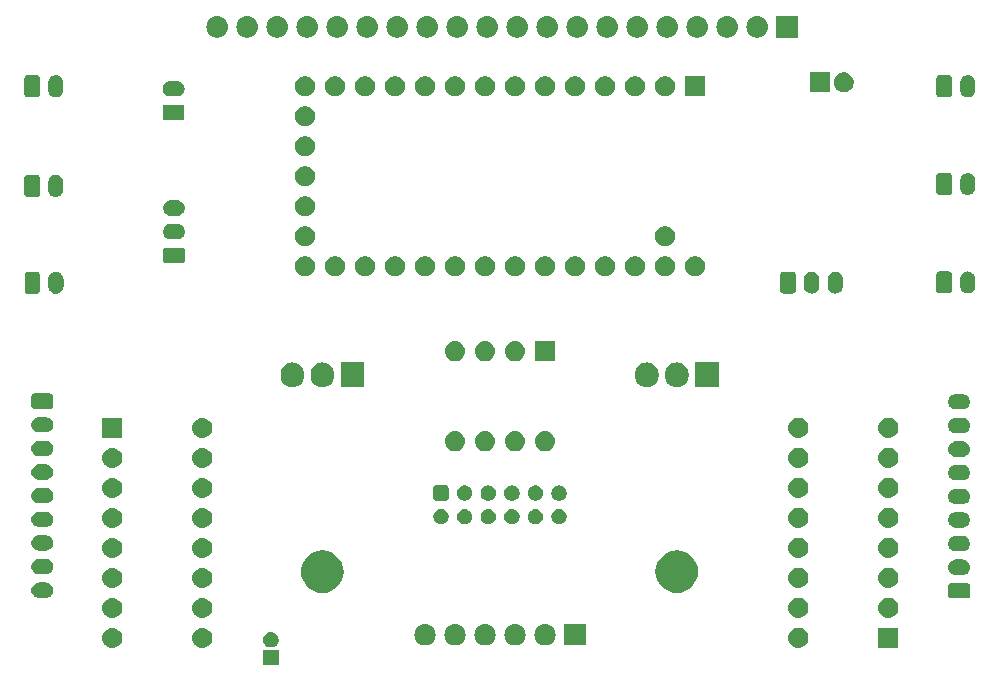
<source format=gbs>
G04 #@! TF.GenerationSoftware,KiCad,Pcbnew,(5.1.4)-1*
G04 #@! TF.CreationDate,2020-03-01T00:53:56-05:00*
G04 #@! TF.ProjectId,TEST_newWheelBoard,54455354-5f6e-4657-9757-6865656c426f,v1.0*
G04 #@! TF.SameCoordinates,Original*
G04 #@! TF.FileFunction,Soldermask,Bot*
G04 #@! TF.FilePolarity,Negative*
%FSLAX46Y46*%
G04 Gerber Fmt 4.6, Leading zero omitted, Abs format (unit mm)*
G04 Created by KiCad (PCBNEW (5.1.4)-1) date 2020-03-01 00:53:56*
%MOMM*%
%LPD*%
G04 APERTURE LIST*
%ADD10C,0.100000*%
G04 APERTURE END LIST*
D10*
G36*
X73746920Y-106578960D02*
G01*
X72445320Y-106578960D01*
X72445320Y-105277360D01*
X73746920Y-105277360D01*
X73746920Y-106578960D01*
X73746920Y-106578960D01*
G37*
G36*
X67459005Y-103448830D02*
G01*
X67619385Y-103497481D01*
X67767187Y-103576483D01*
X67896737Y-103682803D01*
X68003057Y-103812353D01*
X68082059Y-103960155D01*
X68130710Y-104120535D01*
X68147136Y-104287320D01*
X68130710Y-104454105D01*
X68082059Y-104614485D01*
X68003057Y-104762287D01*
X67896737Y-104891837D01*
X67767187Y-104998157D01*
X67619385Y-105077159D01*
X67459005Y-105125810D01*
X67334015Y-105138120D01*
X67250425Y-105138120D01*
X67125435Y-105125810D01*
X66965055Y-105077159D01*
X66817253Y-104998157D01*
X66687703Y-104891837D01*
X66581383Y-104762287D01*
X66502381Y-104614485D01*
X66453730Y-104454105D01*
X66437304Y-104287320D01*
X66453730Y-104120535D01*
X66502381Y-103960155D01*
X66581383Y-103812353D01*
X66687703Y-103682803D01*
X66817253Y-103576483D01*
X66965055Y-103497481D01*
X67125435Y-103448830D01*
X67250425Y-103436520D01*
X67334015Y-103436520D01*
X67459005Y-103448830D01*
X67459005Y-103448830D01*
G37*
G36*
X59839005Y-103448830D02*
G01*
X59999385Y-103497481D01*
X60147187Y-103576483D01*
X60276737Y-103682803D01*
X60383057Y-103812353D01*
X60462059Y-103960155D01*
X60510710Y-104120535D01*
X60527136Y-104287320D01*
X60510710Y-104454105D01*
X60462059Y-104614485D01*
X60383057Y-104762287D01*
X60276737Y-104891837D01*
X60147187Y-104998157D01*
X59999385Y-105077159D01*
X59839005Y-105125810D01*
X59714015Y-105138120D01*
X59630425Y-105138120D01*
X59505435Y-105125810D01*
X59345055Y-105077159D01*
X59197253Y-104998157D01*
X59067703Y-104891837D01*
X58961383Y-104762287D01*
X58882381Y-104614485D01*
X58833730Y-104454105D01*
X58817304Y-104287320D01*
X58833730Y-104120535D01*
X58882381Y-103960155D01*
X58961383Y-103812353D01*
X59067703Y-103682803D01*
X59197253Y-103576483D01*
X59345055Y-103497481D01*
X59505435Y-103448830D01*
X59630425Y-103436520D01*
X59714015Y-103436520D01*
X59839005Y-103448830D01*
X59839005Y-103448830D01*
G37*
G36*
X117921185Y-103415810D02*
G01*
X118081565Y-103464461D01*
X118229367Y-103543463D01*
X118358917Y-103649783D01*
X118465237Y-103779333D01*
X118544239Y-103927135D01*
X118592890Y-104087515D01*
X118609316Y-104254300D01*
X118592890Y-104421085D01*
X118544239Y-104581465D01*
X118465237Y-104729267D01*
X118358917Y-104858817D01*
X118229367Y-104965137D01*
X118081565Y-105044139D01*
X117921185Y-105092790D01*
X117796195Y-105105100D01*
X117712605Y-105105100D01*
X117587615Y-105092790D01*
X117427235Y-105044139D01*
X117279433Y-104965137D01*
X117149883Y-104858817D01*
X117043563Y-104729267D01*
X116964561Y-104581465D01*
X116915910Y-104421085D01*
X116899484Y-104254300D01*
X116915910Y-104087515D01*
X116964561Y-103927135D01*
X117043563Y-103779333D01*
X117149883Y-103649783D01*
X117279433Y-103543463D01*
X117427235Y-103464461D01*
X117587615Y-103415810D01*
X117712605Y-103403500D01*
X117796195Y-103403500D01*
X117921185Y-103415810D01*
X117921185Y-103415810D01*
G37*
G36*
X126225200Y-105105100D02*
G01*
X124523600Y-105105100D01*
X124523600Y-103403500D01*
X126225200Y-103403500D01*
X126225200Y-105105100D01*
X126225200Y-105105100D01*
G37*
G36*
X73285951Y-103802370D02*
G01*
X73404389Y-103851428D01*
X73510981Y-103922651D01*
X73601629Y-104013299D01*
X73672852Y-104119891D01*
X73721910Y-104238329D01*
X73746920Y-104364062D01*
X73746920Y-104492258D01*
X73721910Y-104617991D01*
X73672852Y-104736429D01*
X73601629Y-104843021D01*
X73510981Y-104933669D01*
X73404389Y-105004892D01*
X73285951Y-105053950D01*
X73160218Y-105078960D01*
X73032022Y-105078960D01*
X72906289Y-105053950D01*
X72787851Y-105004892D01*
X72681259Y-104933669D01*
X72590611Y-104843021D01*
X72519388Y-104736429D01*
X72470330Y-104617991D01*
X72445320Y-104492258D01*
X72445320Y-104364062D01*
X72470330Y-104238329D01*
X72519388Y-104119891D01*
X72590611Y-104013299D01*
X72681259Y-103922651D01*
X72787851Y-103851428D01*
X72906289Y-103802370D01*
X73032022Y-103777360D01*
X73160218Y-103777360D01*
X73285951Y-103802370D01*
X73285951Y-103802370D01*
G37*
G36*
X91406588Y-103112234D02*
G01*
X91576389Y-103163743D01*
X91732879Y-103247389D01*
X91870043Y-103359957D01*
X91982611Y-103497121D01*
X92066257Y-103653611D01*
X92117766Y-103823412D01*
X92135158Y-104000000D01*
X92117766Y-104176588D01*
X92066257Y-104346389D01*
X91982611Y-104502879D01*
X91870043Y-104640043D01*
X91732879Y-104752611D01*
X91576389Y-104836257D01*
X91406588Y-104887766D01*
X91274249Y-104900800D01*
X91185751Y-104900800D01*
X91053412Y-104887766D01*
X90883611Y-104836257D01*
X90727121Y-104752611D01*
X90589957Y-104640043D01*
X90477389Y-104502879D01*
X90393743Y-104346389D01*
X90342234Y-104176588D01*
X90324842Y-104000000D01*
X90342234Y-103823412D01*
X90393743Y-103653611D01*
X90477389Y-103497121D01*
X90589957Y-103359957D01*
X90727121Y-103247389D01*
X90883611Y-103163743D01*
X91053412Y-103112234D01*
X91185751Y-103099200D01*
X91274249Y-103099200D01*
X91406588Y-103112234D01*
X91406588Y-103112234D01*
G37*
G36*
X93946588Y-103112234D02*
G01*
X94116389Y-103163743D01*
X94272879Y-103247389D01*
X94410043Y-103359957D01*
X94522611Y-103497121D01*
X94606257Y-103653611D01*
X94657766Y-103823412D01*
X94675158Y-104000000D01*
X94657766Y-104176588D01*
X94606257Y-104346389D01*
X94522611Y-104502879D01*
X94410043Y-104640043D01*
X94272879Y-104752611D01*
X94116389Y-104836257D01*
X93946588Y-104887766D01*
X93814249Y-104900800D01*
X93725751Y-104900800D01*
X93593412Y-104887766D01*
X93423611Y-104836257D01*
X93267121Y-104752611D01*
X93129957Y-104640043D01*
X93017389Y-104502879D01*
X92933743Y-104346389D01*
X92882234Y-104176588D01*
X92864842Y-104000000D01*
X92882234Y-103823412D01*
X92933743Y-103653611D01*
X93017389Y-103497121D01*
X93129957Y-103359957D01*
X93267121Y-103247389D01*
X93423611Y-103163743D01*
X93593412Y-103112234D01*
X93725751Y-103099200D01*
X93814249Y-103099200D01*
X93946588Y-103112234D01*
X93946588Y-103112234D01*
G37*
G36*
X96486588Y-103112234D02*
G01*
X96656389Y-103163743D01*
X96812879Y-103247389D01*
X96950043Y-103359957D01*
X97062611Y-103497121D01*
X97146257Y-103653611D01*
X97197766Y-103823412D01*
X97215158Y-104000000D01*
X97197766Y-104176588D01*
X97146257Y-104346389D01*
X97062611Y-104502879D01*
X96950043Y-104640043D01*
X96812879Y-104752611D01*
X96656389Y-104836257D01*
X96486588Y-104887766D01*
X96354249Y-104900800D01*
X96265751Y-104900800D01*
X96133412Y-104887766D01*
X95963611Y-104836257D01*
X95807121Y-104752611D01*
X95669957Y-104640043D01*
X95557389Y-104502879D01*
X95473743Y-104346389D01*
X95422234Y-104176588D01*
X95404842Y-104000000D01*
X95422234Y-103823412D01*
X95473743Y-103653611D01*
X95557389Y-103497121D01*
X95669957Y-103359957D01*
X95807121Y-103247389D01*
X95963611Y-103163743D01*
X96133412Y-103112234D01*
X96265751Y-103099200D01*
X96354249Y-103099200D01*
X96486588Y-103112234D01*
X96486588Y-103112234D01*
G37*
G36*
X99750800Y-104900800D02*
G01*
X97949200Y-104900800D01*
X97949200Y-103099200D01*
X99750800Y-103099200D01*
X99750800Y-104900800D01*
X99750800Y-104900800D01*
G37*
G36*
X86326588Y-103112234D02*
G01*
X86496389Y-103163743D01*
X86652879Y-103247389D01*
X86790043Y-103359957D01*
X86902611Y-103497121D01*
X86986257Y-103653611D01*
X87037766Y-103823412D01*
X87055158Y-104000000D01*
X87037766Y-104176588D01*
X86986257Y-104346389D01*
X86902611Y-104502879D01*
X86790043Y-104640043D01*
X86652879Y-104752611D01*
X86496389Y-104836257D01*
X86326588Y-104887766D01*
X86194249Y-104900800D01*
X86105751Y-104900800D01*
X85973412Y-104887766D01*
X85803611Y-104836257D01*
X85647121Y-104752611D01*
X85509957Y-104640043D01*
X85397389Y-104502879D01*
X85313743Y-104346389D01*
X85262234Y-104176588D01*
X85244842Y-104000000D01*
X85262234Y-103823412D01*
X85313743Y-103653611D01*
X85397389Y-103497121D01*
X85509957Y-103359957D01*
X85647121Y-103247389D01*
X85803611Y-103163743D01*
X85973412Y-103112234D01*
X86105751Y-103099200D01*
X86194249Y-103099200D01*
X86326588Y-103112234D01*
X86326588Y-103112234D01*
G37*
G36*
X88866588Y-103112234D02*
G01*
X89036389Y-103163743D01*
X89192879Y-103247389D01*
X89330043Y-103359957D01*
X89442611Y-103497121D01*
X89526257Y-103653611D01*
X89577766Y-103823412D01*
X89595158Y-104000000D01*
X89577766Y-104176588D01*
X89526257Y-104346389D01*
X89442611Y-104502879D01*
X89330043Y-104640043D01*
X89192879Y-104752611D01*
X89036389Y-104836257D01*
X88866588Y-104887766D01*
X88734249Y-104900800D01*
X88645751Y-104900800D01*
X88513412Y-104887766D01*
X88343611Y-104836257D01*
X88187121Y-104752611D01*
X88049957Y-104640043D01*
X87937389Y-104502879D01*
X87853743Y-104346389D01*
X87802234Y-104176588D01*
X87784842Y-104000000D01*
X87802234Y-103823412D01*
X87853743Y-103653611D01*
X87937389Y-103497121D01*
X88049957Y-103359957D01*
X88187121Y-103247389D01*
X88343611Y-103163743D01*
X88513412Y-103112234D01*
X88645751Y-103099200D01*
X88734249Y-103099200D01*
X88866588Y-103112234D01*
X88866588Y-103112234D01*
G37*
G36*
X67459005Y-100908830D02*
G01*
X67619385Y-100957481D01*
X67767187Y-101036483D01*
X67896737Y-101142803D01*
X68003057Y-101272353D01*
X68082059Y-101420155D01*
X68130710Y-101580535D01*
X68147136Y-101747320D01*
X68130710Y-101914105D01*
X68082059Y-102074485D01*
X68003057Y-102222287D01*
X67896737Y-102351837D01*
X67767187Y-102458157D01*
X67619385Y-102537159D01*
X67459005Y-102585810D01*
X67334015Y-102598120D01*
X67250425Y-102598120D01*
X67125435Y-102585810D01*
X66965055Y-102537159D01*
X66817253Y-102458157D01*
X66687703Y-102351837D01*
X66581383Y-102222287D01*
X66502381Y-102074485D01*
X66453730Y-101914105D01*
X66437304Y-101747320D01*
X66453730Y-101580535D01*
X66502381Y-101420155D01*
X66581383Y-101272353D01*
X66687703Y-101142803D01*
X66817253Y-101036483D01*
X66965055Y-100957481D01*
X67125435Y-100908830D01*
X67250425Y-100896520D01*
X67334015Y-100896520D01*
X67459005Y-100908830D01*
X67459005Y-100908830D01*
G37*
G36*
X59839005Y-100908830D02*
G01*
X59999385Y-100957481D01*
X60147187Y-101036483D01*
X60276737Y-101142803D01*
X60383057Y-101272353D01*
X60462059Y-101420155D01*
X60510710Y-101580535D01*
X60527136Y-101747320D01*
X60510710Y-101914105D01*
X60462059Y-102074485D01*
X60383057Y-102222287D01*
X60276737Y-102351837D01*
X60147187Y-102458157D01*
X59999385Y-102537159D01*
X59839005Y-102585810D01*
X59714015Y-102598120D01*
X59630425Y-102598120D01*
X59505435Y-102585810D01*
X59345055Y-102537159D01*
X59197253Y-102458157D01*
X59067703Y-102351837D01*
X58961383Y-102222287D01*
X58882381Y-102074485D01*
X58833730Y-101914105D01*
X58817304Y-101747320D01*
X58833730Y-101580535D01*
X58882381Y-101420155D01*
X58961383Y-101272353D01*
X59067703Y-101142803D01*
X59197253Y-101036483D01*
X59345055Y-100957481D01*
X59505435Y-100908830D01*
X59630425Y-100896520D01*
X59714015Y-100896520D01*
X59839005Y-100908830D01*
X59839005Y-100908830D01*
G37*
G36*
X125541185Y-100875810D02*
G01*
X125701565Y-100924461D01*
X125849367Y-101003463D01*
X125978917Y-101109783D01*
X126085237Y-101239333D01*
X126164239Y-101387135D01*
X126212890Y-101547515D01*
X126229316Y-101714300D01*
X126212890Y-101881085D01*
X126164239Y-102041465D01*
X126085237Y-102189267D01*
X125978917Y-102318817D01*
X125849367Y-102425137D01*
X125701565Y-102504139D01*
X125541185Y-102552790D01*
X125416195Y-102565100D01*
X125332605Y-102565100D01*
X125207615Y-102552790D01*
X125047235Y-102504139D01*
X124899433Y-102425137D01*
X124769883Y-102318817D01*
X124663563Y-102189267D01*
X124584561Y-102041465D01*
X124535910Y-101881085D01*
X124519484Y-101714300D01*
X124535910Y-101547515D01*
X124584561Y-101387135D01*
X124663563Y-101239333D01*
X124769883Y-101109783D01*
X124899433Y-101003463D01*
X125047235Y-100924461D01*
X125207615Y-100875810D01*
X125332605Y-100863500D01*
X125416195Y-100863500D01*
X125541185Y-100875810D01*
X125541185Y-100875810D01*
G37*
G36*
X117921185Y-100875810D02*
G01*
X118081565Y-100924461D01*
X118229367Y-101003463D01*
X118358917Y-101109783D01*
X118465237Y-101239333D01*
X118544239Y-101387135D01*
X118592890Y-101547515D01*
X118609316Y-101714300D01*
X118592890Y-101881085D01*
X118544239Y-102041465D01*
X118465237Y-102189267D01*
X118358917Y-102318817D01*
X118229367Y-102425137D01*
X118081565Y-102504139D01*
X117921185Y-102552790D01*
X117796195Y-102565100D01*
X117712605Y-102565100D01*
X117587615Y-102552790D01*
X117427235Y-102504139D01*
X117279433Y-102425137D01*
X117149883Y-102318817D01*
X117043563Y-102189267D01*
X116964561Y-102041465D01*
X116915910Y-101881085D01*
X116899484Y-101714300D01*
X116915910Y-101547515D01*
X116964561Y-101387135D01*
X117043563Y-101239333D01*
X117149883Y-101109783D01*
X117279433Y-101003463D01*
X117427235Y-100924461D01*
X117587615Y-100875810D01*
X117712605Y-100863500D01*
X117796195Y-100863500D01*
X117921185Y-100875810D01*
X117921185Y-100875810D01*
G37*
G36*
X132099998Y-99633284D02*
G01*
X132145299Y-99647026D01*
X132187040Y-99669337D01*
X132223633Y-99699367D01*
X132253663Y-99735960D01*
X132275974Y-99777701D01*
X132289716Y-99823002D01*
X132294600Y-99872591D01*
X132294600Y-100685809D01*
X132289716Y-100735398D01*
X132275974Y-100780699D01*
X132253663Y-100822440D01*
X132223633Y-100859033D01*
X132187040Y-100889063D01*
X132145299Y-100911374D01*
X132099998Y-100925116D01*
X132050409Y-100930000D01*
X130687191Y-100930000D01*
X130637602Y-100925116D01*
X130592301Y-100911374D01*
X130550560Y-100889063D01*
X130513967Y-100859033D01*
X130483937Y-100822440D01*
X130461626Y-100780699D01*
X130447884Y-100735398D01*
X130443000Y-100685809D01*
X130443000Y-99872591D01*
X130447884Y-99823002D01*
X130461626Y-99777701D01*
X130483937Y-99735960D01*
X130513967Y-99699367D01*
X130550560Y-99669337D01*
X130592301Y-99647026D01*
X130637602Y-99633284D01*
X130687191Y-99628400D01*
X132050409Y-99628400D01*
X132099998Y-99633284D01*
X132099998Y-99633284D01*
G37*
G36*
X54148978Y-99585016D02*
G01*
X54271658Y-99622231D01*
X54384715Y-99682662D01*
X54483811Y-99763989D01*
X54565138Y-99863085D01*
X54625569Y-99976142D01*
X54662784Y-100098822D01*
X54675348Y-100226400D01*
X54662784Y-100353978D01*
X54625569Y-100476658D01*
X54565138Y-100589715D01*
X54483811Y-100688811D01*
X54384715Y-100770138D01*
X54271658Y-100830569D01*
X54148978Y-100867784D01*
X54053368Y-100877200D01*
X53439432Y-100877200D01*
X53343822Y-100867784D01*
X53221142Y-100830569D01*
X53108085Y-100770138D01*
X53008989Y-100688811D01*
X52927662Y-100589715D01*
X52867231Y-100476658D01*
X52830016Y-100353978D01*
X52817452Y-100226400D01*
X52830016Y-100098822D01*
X52867231Y-99976142D01*
X52927662Y-99863085D01*
X53008989Y-99763989D01*
X53108085Y-99682662D01*
X53221142Y-99622231D01*
X53343822Y-99585016D01*
X53439432Y-99575600D01*
X54053368Y-99575600D01*
X54148978Y-99585016D01*
X54148978Y-99585016D01*
G37*
G36*
X77813018Y-96885256D02*
G01*
X77813021Y-96885257D01*
X77813022Y-96885257D01*
X77901347Y-96912050D01*
X78152471Y-96988228D01*
X78465312Y-97155445D01*
X78739519Y-97380481D01*
X78964555Y-97654688D01*
X79131772Y-97967529D01*
X79150401Y-98028942D01*
X79226317Y-98279200D01*
X79234744Y-98306982D01*
X79269513Y-98660000D01*
X79234744Y-99013018D01*
X79131772Y-99352471D01*
X78964555Y-99665312D01*
X78739519Y-99939519D01*
X78465312Y-100164555D01*
X78152471Y-100331772D01*
X77901347Y-100407950D01*
X77813022Y-100434743D01*
X77813021Y-100434743D01*
X77813018Y-100434744D01*
X77548465Y-100460800D01*
X77371535Y-100460800D01*
X77106982Y-100434744D01*
X77106979Y-100434743D01*
X77106978Y-100434743D01*
X77018653Y-100407950D01*
X76767529Y-100331772D01*
X76454688Y-100164555D01*
X76180481Y-99939519D01*
X75955445Y-99665312D01*
X75788228Y-99352471D01*
X75685256Y-99013018D01*
X75650487Y-98660000D01*
X75685256Y-98306982D01*
X75693684Y-98279200D01*
X75769599Y-98028942D01*
X75788228Y-97967529D01*
X75955445Y-97654688D01*
X76180481Y-97380481D01*
X76454688Y-97155445D01*
X76767529Y-96988228D01*
X77018653Y-96912050D01*
X77106978Y-96885257D01*
X77106979Y-96885257D01*
X77106982Y-96885256D01*
X77371535Y-96859200D01*
X77548465Y-96859200D01*
X77813018Y-96885256D01*
X77813018Y-96885256D01*
G37*
G36*
X107813018Y-96885256D02*
G01*
X107813021Y-96885257D01*
X107813022Y-96885257D01*
X107901347Y-96912050D01*
X108152471Y-96988228D01*
X108465312Y-97155445D01*
X108739519Y-97380481D01*
X108964555Y-97654688D01*
X109131772Y-97967529D01*
X109150401Y-98028942D01*
X109226317Y-98279200D01*
X109234744Y-98306982D01*
X109269513Y-98660000D01*
X109234744Y-99013018D01*
X109131772Y-99352471D01*
X108964555Y-99665312D01*
X108739519Y-99939519D01*
X108465312Y-100164555D01*
X108152471Y-100331772D01*
X107901347Y-100407950D01*
X107813022Y-100434743D01*
X107813021Y-100434743D01*
X107813018Y-100434744D01*
X107548465Y-100460800D01*
X107371535Y-100460800D01*
X107106982Y-100434744D01*
X107106979Y-100434743D01*
X107106978Y-100434743D01*
X107018653Y-100407950D01*
X106767529Y-100331772D01*
X106454688Y-100164555D01*
X106180481Y-99939519D01*
X105955445Y-99665312D01*
X105788228Y-99352471D01*
X105685256Y-99013018D01*
X105650487Y-98660000D01*
X105685256Y-98306982D01*
X105693684Y-98279200D01*
X105769599Y-98028942D01*
X105788228Y-97967529D01*
X105955445Y-97654688D01*
X106180481Y-97380481D01*
X106454688Y-97155445D01*
X106767529Y-96988228D01*
X107018653Y-96912050D01*
X107106978Y-96885257D01*
X107106979Y-96885257D01*
X107106982Y-96885256D01*
X107371535Y-96859200D01*
X107548465Y-96859200D01*
X107813018Y-96885256D01*
X107813018Y-96885256D01*
G37*
G36*
X67459005Y-98368830D02*
G01*
X67619385Y-98417481D01*
X67767187Y-98496483D01*
X67896737Y-98602803D01*
X68003057Y-98732353D01*
X68082059Y-98880155D01*
X68130710Y-99040535D01*
X68147136Y-99207320D01*
X68130710Y-99374105D01*
X68082059Y-99534485D01*
X68003057Y-99682287D01*
X67896737Y-99811837D01*
X67767187Y-99918157D01*
X67619385Y-99997159D01*
X67459005Y-100045810D01*
X67334015Y-100058120D01*
X67250425Y-100058120D01*
X67125435Y-100045810D01*
X66965055Y-99997159D01*
X66817253Y-99918157D01*
X66687703Y-99811837D01*
X66581383Y-99682287D01*
X66502381Y-99534485D01*
X66453730Y-99374105D01*
X66437304Y-99207320D01*
X66453730Y-99040535D01*
X66502381Y-98880155D01*
X66581383Y-98732353D01*
X66687703Y-98602803D01*
X66817253Y-98496483D01*
X66965055Y-98417481D01*
X67125435Y-98368830D01*
X67250425Y-98356520D01*
X67334015Y-98356520D01*
X67459005Y-98368830D01*
X67459005Y-98368830D01*
G37*
G36*
X59839005Y-98368830D02*
G01*
X59999385Y-98417481D01*
X60147187Y-98496483D01*
X60276737Y-98602803D01*
X60383057Y-98732353D01*
X60462059Y-98880155D01*
X60510710Y-99040535D01*
X60527136Y-99207320D01*
X60510710Y-99374105D01*
X60462059Y-99534485D01*
X60383057Y-99682287D01*
X60276737Y-99811837D01*
X60147187Y-99918157D01*
X59999385Y-99997159D01*
X59839005Y-100045810D01*
X59714015Y-100058120D01*
X59630425Y-100058120D01*
X59505435Y-100045810D01*
X59345055Y-99997159D01*
X59197253Y-99918157D01*
X59067703Y-99811837D01*
X58961383Y-99682287D01*
X58882381Y-99534485D01*
X58833730Y-99374105D01*
X58817304Y-99207320D01*
X58833730Y-99040535D01*
X58882381Y-98880155D01*
X58961383Y-98732353D01*
X59067703Y-98602803D01*
X59197253Y-98496483D01*
X59345055Y-98417481D01*
X59505435Y-98368830D01*
X59630425Y-98356520D01*
X59714015Y-98356520D01*
X59839005Y-98368830D01*
X59839005Y-98368830D01*
G37*
G36*
X125541185Y-98335810D02*
G01*
X125701565Y-98384461D01*
X125849367Y-98463463D01*
X125978917Y-98569783D01*
X126085237Y-98699333D01*
X126164239Y-98847135D01*
X126212890Y-99007515D01*
X126229316Y-99174300D01*
X126212890Y-99341085D01*
X126164239Y-99501465D01*
X126085237Y-99649267D01*
X125978917Y-99778817D01*
X125849367Y-99885137D01*
X125701565Y-99964139D01*
X125541185Y-100012790D01*
X125416195Y-100025100D01*
X125332605Y-100025100D01*
X125207615Y-100012790D01*
X125047235Y-99964139D01*
X124899433Y-99885137D01*
X124769883Y-99778817D01*
X124663563Y-99649267D01*
X124584561Y-99501465D01*
X124535910Y-99341085D01*
X124519484Y-99174300D01*
X124535910Y-99007515D01*
X124584561Y-98847135D01*
X124663563Y-98699333D01*
X124769883Y-98569783D01*
X124899433Y-98463463D01*
X125047235Y-98384461D01*
X125207615Y-98335810D01*
X125332605Y-98323500D01*
X125416195Y-98323500D01*
X125541185Y-98335810D01*
X125541185Y-98335810D01*
G37*
G36*
X117921185Y-98335810D02*
G01*
X118081565Y-98384461D01*
X118229367Y-98463463D01*
X118358917Y-98569783D01*
X118465237Y-98699333D01*
X118544239Y-98847135D01*
X118592890Y-99007515D01*
X118609316Y-99174300D01*
X118592890Y-99341085D01*
X118544239Y-99501465D01*
X118465237Y-99649267D01*
X118358917Y-99778817D01*
X118229367Y-99885137D01*
X118081565Y-99964139D01*
X117921185Y-100012790D01*
X117796195Y-100025100D01*
X117712605Y-100025100D01*
X117587615Y-100012790D01*
X117427235Y-99964139D01*
X117279433Y-99885137D01*
X117149883Y-99778817D01*
X117043563Y-99649267D01*
X116964561Y-99501465D01*
X116915910Y-99341085D01*
X116899484Y-99174300D01*
X116915910Y-99007515D01*
X116964561Y-98847135D01*
X117043563Y-98699333D01*
X117149883Y-98569783D01*
X117279433Y-98463463D01*
X117427235Y-98384461D01*
X117587615Y-98335810D01*
X117712605Y-98323500D01*
X117796195Y-98323500D01*
X117921185Y-98335810D01*
X117921185Y-98335810D01*
G37*
G36*
X131771378Y-97637816D02*
G01*
X131894058Y-97675031D01*
X132007115Y-97735462D01*
X132106211Y-97816789D01*
X132187538Y-97915885D01*
X132247969Y-98028942D01*
X132285184Y-98151622D01*
X132297748Y-98279200D01*
X132285184Y-98406778D01*
X132247969Y-98529458D01*
X132187538Y-98642515D01*
X132106211Y-98741611D01*
X132007115Y-98822938D01*
X131894058Y-98883369D01*
X131771378Y-98920584D01*
X131675768Y-98930000D01*
X131061832Y-98930000D01*
X130966222Y-98920584D01*
X130843542Y-98883369D01*
X130730485Y-98822938D01*
X130631389Y-98741611D01*
X130550062Y-98642515D01*
X130489631Y-98529458D01*
X130452416Y-98406778D01*
X130439852Y-98279200D01*
X130452416Y-98151622D01*
X130489631Y-98028942D01*
X130550062Y-97915885D01*
X130631389Y-97816789D01*
X130730485Y-97735462D01*
X130843542Y-97675031D01*
X130966222Y-97637816D01*
X131061832Y-97628400D01*
X131675768Y-97628400D01*
X131771378Y-97637816D01*
X131771378Y-97637816D01*
G37*
G36*
X54148978Y-97585016D02*
G01*
X54271658Y-97622231D01*
X54384715Y-97682662D01*
X54483811Y-97763989D01*
X54565138Y-97863085D01*
X54625569Y-97976142D01*
X54662784Y-98098822D01*
X54675348Y-98226400D01*
X54662784Y-98353978D01*
X54625569Y-98476658D01*
X54565138Y-98589715D01*
X54483811Y-98688811D01*
X54384715Y-98770138D01*
X54271658Y-98830569D01*
X54148978Y-98867784D01*
X54053368Y-98877200D01*
X53439432Y-98877200D01*
X53343822Y-98867784D01*
X53221142Y-98830569D01*
X53108085Y-98770138D01*
X53008989Y-98688811D01*
X52927662Y-98589715D01*
X52867231Y-98476658D01*
X52830016Y-98353978D01*
X52817452Y-98226400D01*
X52830016Y-98098822D01*
X52867231Y-97976142D01*
X52927662Y-97863085D01*
X53008989Y-97763989D01*
X53108085Y-97682662D01*
X53221142Y-97622231D01*
X53343822Y-97585016D01*
X53439432Y-97575600D01*
X54053368Y-97575600D01*
X54148978Y-97585016D01*
X54148978Y-97585016D01*
G37*
G36*
X59839005Y-95828830D02*
G01*
X59999385Y-95877481D01*
X60147187Y-95956483D01*
X60276737Y-96062803D01*
X60383057Y-96192353D01*
X60462059Y-96340155D01*
X60510710Y-96500535D01*
X60527136Y-96667320D01*
X60510710Y-96834105D01*
X60462059Y-96994485D01*
X60383057Y-97142287D01*
X60276737Y-97271837D01*
X60147187Y-97378157D01*
X59999385Y-97457159D01*
X59839005Y-97505810D01*
X59714015Y-97518120D01*
X59630425Y-97518120D01*
X59505435Y-97505810D01*
X59345055Y-97457159D01*
X59197253Y-97378157D01*
X59067703Y-97271837D01*
X58961383Y-97142287D01*
X58882381Y-96994485D01*
X58833730Y-96834105D01*
X58817304Y-96667320D01*
X58833730Y-96500535D01*
X58882381Y-96340155D01*
X58961383Y-96192353D01*
X59067703Y-96062803D01*
X59197253Y-95956483D01*
X59345055Y-95877481D01*
X59505435Y-95828830D01*
X59630425Y-95816520D01*
X59714015Y-95816520D01*
X59839005Y-95828830D01*
X59839005Y-95828830D01*
G37*
G36*
X67459005Y-95828830D02*
G01*
X67619385Y-95877481D01*
X67767187Y-95956483D01*
X67896737Y-96062803D01*
X68003057Y-96192353D01*
X68082059Y-96340155D01*
X68130710Y-96500535D01*
X68147136Y-96667320D01*
X68130710Y-96834105D01*
X68082059Y-96994485D01*
X68003057Y-97142287D01*
X67896737Y-97271837D01*
X67767187Y-97378157D01*
X67619385Y-97457159D01*
X67459005Y-97505810D01*
X67334015Y-97518120D01*
X67250425Y-97518120D01*
X67125435Y-97505810D01*
X66965055Y-97457159D01*
X66817253Y-97378157D01*
X66687703Y-97271837D01*
X66581383Y-97142287D01*
X66502381Y-96994485D01*
X66453730Y-96834105D01*
X66437304Y-96667320D01*
X66453730Y-96500535D01*
X66502381Y-96340155D01*
X66581383Y-96192353D01*
X66687703Y-96062803D01*
X66817253Y-95956483D01*
X66965055Y-95877481D01*
X67125435Y-95828830D01*
X67250425Y-95816520D01*
X67334015Y-95816520D01*
X67459005Y-95828830D01*
X67459005Y-95828830D01*
G37*
G36*
X125541185Y-95795810D02*
G01*
X125701565Y-95844461D01*
X125849367Y-95923463D01*
X125978917Y-96029783D01*
X126085237Y-96159333D01*
X126164239Y-96307135D01*
X126212890Y-96467515D01*
X126229316Y-96634300D01*
X126212890Y-96801085D01*
X126164239Y-96961465D01*
X126085237Y-97109267D01*
X125978917Y-97238817D01*
X125849367Y-97345137D01*
X125701565Y-97424139D01*
X125541185Y-97472790D01*
X125416195Y-97485100D01*
X125332605Y-97485100D01*
X125207615Y-97472790D01*
X125047235Y-97424139D01*
X124899433Y-97345137D01*
X124769883Y-97238817D01*
X124663563Y-97109267D01*
X124584561Y-96961465D01*
X124535910Y-96801085D01*
X124519484Y-96634300D01*
X124535910Y-96467515D01*
X124584561Y-96307135D01*
X124663563Y-96159333D01*
X124769883Y-96029783D01*
X124899433Y-95923463D01*
X125047235Y-95844461D01*
X125207615Y-95795810D01*
X125332605Y-95783500D01*
X125416195Y-95783500D01*
X125541185Y-95795810D01*
X125541185Y-95795810D01*
G37*
G36*
X117921185Y-95795810D02*
G01*
X118081565Y-95844461D01*
X118229367Y-95923463D01*
X118358917Y-96029783D01*
X118465237Y-96159333D01*
X118544239Y-96307135D01*
X118592890Y-96467515D01*
X118609316Y-96634300D01*
X118592890Y-96801085D01*
X118544239Y-96961465D01*
X118465237Y-97109267D01*
X118358917Y-97238817D01*
X118229367Y-97345137D01*
X118081565Y-97424139D01*
X117921185Y-97472790D01*
X117796195Y-97485100D01*
X117712605Y-97485100D01*
X117587615Y-97472790D01*
X117427235Y-97424139D01*
X117279433Y-97345137D01*
X117149883Y-97238817D01*
X117043563Y-97109267D01*
X116964561Y-96961465D01*
X116915910Y-96801085D01*
X116899484Y-96634300D01*
X116915910Y-96467515D01*
X116964561Y-96307135D01*
X117043563Y-96159333D01*
X117149883Y-96029783D01*
X117279433Y-95923463D01*
X117427235Y-95844461D01*
X117587615Y-95795810D01*
X117712605Y-95783500D01*
X117796195Y-95783500D01*
X117921185Y-95795810D01*
X117921185Y-95795810D01*
G37*
G36*
X131771378Y-95637816D02*
G01*
X131894058Y-95675031D01*
X132007115Y-95735462D01*
X132106211Y-95816789D01*
X132187538Y-95915885D01*
X132247969Y-96028942D01*
X132285184Y-96151622D01*
X132297748Y-96279200D01*
X132285184Y-96406778D01*
X132247969Y-96529458D01*
X132187538Y-96642515D01*
X132106211Y-96741611D01*
X132007115Y-96822938D01*
X131894058Y-96883369D01*
X131771378Y-96920584D01*
X131675768Y-96930000D01*
X131061832Y-96930000D01*
X130966222Y-96920584D01*
X130843542Y-96883369D01*
X130730485Y-96822938D01*
X130631389Y-96741611D01*
X130550062Y-96642515D01*
X130489631Y-96529458D01*
X130452416Y-96406778D01*
X130439852Y-96279200D01*
X130452416Y-96151622D01*
X130489631Y-96028942D01*
X130550062Y-95915885D01*
X130631389Y-95816789D01*
X130730485Y-95735462D01*
X130843542Y-95675031D01*
X130966222Y-95637816D01*
X131061832Y-95628400D01*
X131675768Y-95628400D01*
X131771378Y-95637816D01*
X131771378Y-95637816D01*
G37*
G36*
X54148978Y-95585016D02*
G01*
X54271658Y-95622231D01*
X54384715Y-95682662D01*
X54483811Y-95763989D01*
X54565138Y-95863085D01*
X54625569Y-95976142D01*
X54662784Y-96098822D01*
X54675348Y-96226400D01*
X54662784Y-96353978D01*
X54625569Y-96476658D01*
X54565138Y-96589715D01*
X54483811Y-96688811D01*
X54384715Y-96770138D01*
X54271658Y-96830569D01*
X54148978Y-96867784D01*
X54053368Y-96877200D01*
X53439432Y-96877200D01*
X53343822Y-96867784D01*
X53221142Y-96830569D01*
X53108085Y-96770138D01*
X53008989Y-96688811D01*
X52927662Y-96589715D01*
X52867231Y-96476658D01*
X52830016Y-96353978D01*
X52817452Y-96226400D01*
X52830016Y-96098822D01*
X52867231Y-95976142D01*
X52927662Y-95863085D01*
X53008989Y-95763989D01*
X53108085Y-95682662D01*
X53221142Y-95622231D01*
X53343822Y-95585016D01*
X53439432Y-95575600D01*
X54053368Y-95575600D01*
X54148978Y-95585016D01*
X54148978Y-95585016D01*
G37*
G36*
X67459005Y-93288830D02*
G01*
X67619385Y-93337481D01*
X67767187Y-93416483D01*
X67896737Y-93522803D01*
X68003057Y-93652353D01*
X68082059Y-93800155D01*
X68130710Y-93960535D01*
X68147136Y-94127320D01*
X68130710Y-94294105D01*
X68082059Y-94454485D01*
X68003057Y-94602287D01*
X67896737Y-94731837D01*
X67767187Y-94838157D01*
X67619385Y-94917159D01*
X67459005Y-94965810D01*
X67334015Y-94978120D01*
X67250425Y-94978120D01*
X67125435Y-94965810D01*
X66965055Y-94917159D01*
X66817253Y-94838157D01*
X66687703Y-94731837D01*
X66581383Y-94602287D01*
X66502381Y-94454485D01*
X66453730Y-94294105D01*
X66437304Y-94127320D01*
X66453730Y-93960535D01*
X66502381Y-93800155D01*
X66581383Y-93652353D01*
X66687703Y-93522803D01*
X66817253Y-93416483D01*
X66965055Y-93337481D01*
X67125435Y-93288830D01*
X67250425Y-93276520D01*
X67334015Y-93276520D01*
X67459005Y-93288830D01*
X67459005Y-93288830D01*
G37*
G36*
X59839005Y-93288830D02*
G01*
X59999385Y-93337481D01*
X60147187Y-93416483D01*
X60276737Y-93522803D01*
X60383057Y-93652353D01*
X60462059Y-93800155D01*
X60510710Y-93960535D01*
X60527136Y-94127320D01*
X60510710Y-94294105D01*
X60462059Y-94454485D01*
X60383057Y-94602287D01*
X60276737Y-94731837D01*
X60147187Y-94838157D01*
X59999385Y-94917159D01*
X59839005Y-94965810D01*
X59714015Y-94978120D01*
X59630425Y-94978120D01*
X59505435Y-94965810D01*
X59345055Y-94917159D01*
X59197253Y-94838157D01*
X59067703Y-94731837D01*
X58961383Y-94602287D01*
X58882381Y-94454485D01*
X58833730Y-94294105D01*
X58817304Y-94127320D01*
X58833730Y-93960535D01*
X58882381Y-93800155D01*
X58961383Y-93652353D01*
X59067703Y-93522803D01*
X59197253Y-93416483D01*
X59345055Y-93337481D01*
X59505435Y-93288830D01*
X59630425Y-93276520D01*
X59714015Y-93276520D01*
X59839005Y-93288830D01*
X59839005Y-93288830D01*
G37*
G36*
X117921185Y-93255810D02*
G01*
X118081565Y-93304461D01*
X118229367Y-93383463D01*
X118358917Y-93489783D01*
X118465237Y-93619333D01*
X118544239Y-93767135D01*
X118592890Y-93927515D01*
X118609316Y-94094300D01*
X118592890Y-94261085D01*
X118544239Y-94421465D01*
X118465237Y-94569267D01*
X118358917Y-94698817D01*
X118229367Y-94805137D01*
X118081565Y-94884139D01*
X117921185Y-94932790D01*
X117796195Y-94945100D01*
X117712605Y-94945100D01*
X117587615Y-94932790D01*
X117427235Y-94884139D01*
X117279433Y-94805137D01*
X117149883Y-94698817D01*
X117043563Y-94569267D01*
X116964561Y-94421465D01*
X116915910Y-94261085D01*
X116899484Y-94094300D01*
X116915910Y-93927515D01*
X116964561Y-93767135D01*
X117043563Y-93619333D01*
X117149883Y-93489783D01*
X117279433Y-93383463D01*
X117427235Y-93304461D01*
X117587615Y-93255810D01*
X117712605Y-93243500D01*
X117796195Y-93243500D01*
X117921185Y-93255810D01*
X117921185Y-93255810D01*
G37*
G36*
X125541185Y-93255810D02*
G01*
X125701565Y-93304461D01*
X125849367Y-93383463D01*
X125978917Y-93489783D01*
X126085237Y-93619333D01*
X126164239Y-93767135D01*
X126212890Y-93927515D01*
X126229316Y-94094300D01*
X126212890Y-94261085D01*
X126164239Y-94421465D01*
X126085237Y-94569267D01*
X125978917Y-94698817D01*
X125849367Y-94805137D01*
X125701565Y-94884139D01*
X125541185Y-94932790D01*
X125416195Y-94945100D01*
X125332605Y-94945100D01*
X125207615Y-94932790D01*
X125047235Y-94884139D01*
X124899433Y-94805137D01*
X124769883Y-94698817D01*
X124663563Y-94569267D01*
X124584561Y-94421465D01*
X124535910Y-94261085D01*
X124519484Y-94094300D01*
X124535910Y-93927515D01*
X124584561Y-93767135D01*
X124663563Y-93619333D01*
X124769883Y-93489783D01*
X124899433Y-93383463D01*
X125047235Y-93304461D01*
X125207615Y-93255810D01*
X125332605Y-93243500D01*
X125416195Y-93243500D01*
X125541185Y-93255810D01*
X125541185Y-93255810D01*
G37*
G36*
X131771378Y-93637816D02*
G01*
X131894058Y-93675031D01*
X132007115Y-93735462D01*
X132106211Y-93816789D01*
X132187538Y-93915885D01*
X132247969Y-94028942D01*
X132285184Y-94151622D01*
X132297748Y-94279200D01*
X132285184Y-94406778D01*
X132247969Y-94529458D01*
X132187538Y-94642515D01*
X132106211Y-94741611D01*
X132007115Y-94822938D01*
X131894058Y-94883369D01*
X131771378Y-94920584D01*
X131675768Y-94930000D01*
X131061832Y-94930000D01*
X130966222Y-94920584D01*
X130843542Y-94883369D01*
X130730485Y-94822938D01*
X130631389Y-94741611D01*
X130550062Y-94642515D01*
X130489631Y-94529458D01*
X130452416Y-94406778D01*
X130439852Y-94279200D01*
X130452416Y-94151622D01*
X130489631Y-94028942D01*
X130550062Y-93915885D01*
X130631389Y-93816789D01*
X130730485Y-93735462D01*
X130843542Y-93675031D01*
X130966222Y-93637816D01*
X131061832Y-93628400D01*
X131675768Y-93628400D01*
X131771378Y-93637816D01*
X131771378Y-93637816D01*
G37*
G36*
X54148978Y-93585016D02*
G01*
X54271658Y-93622231D01*
X54384715Y-93682662D01*
X54483811Y-93763989D01*
X54565138Y-93863085D01*
X54625569Y-93976142D01*
X54662784Y-94098822D01*
X54675348Y-94226400D01*
X54662784Y-94353978D01*
X54625569Y-94476658D01*
X54565138Y-94589715D01*
X54483811Y-94688811D01*
X54384715Y-94770138D01*
X54271658Y-94830569D01*
X54148978Y-94867784D01*
X54053368Y-94877200D01*
X53439432Y-94877200D01*
X53343822Y-94867784D01*
X53221142Y-94830569D01*
X53108085Y-94770138D01*
X53008989Y-94688811D01*
X52927662Y-94589715D01*
X52867231Y-94476658D01*
X52830016Y-94353978D01*
X52817452Y-94226400D01*
X52830016Y-94098822D01*
X52867231Y-93976142D01*
X52927662Y-93863085D01*
X53008989Y-93763989D01*
X53108085Y-93682662D01*
X53221142Y-93622231D01*
X53343822Y-93585016D01*
X53439432Y-93575600D01*
X54053368Y-93575600D01*
X54148978Y-93585016D01*
X54148978Y-93585016D01*
G37*
G36*
X87689831Y-93374210D02*
G01*
X87808269Y-93423268D01*
X87914861Y-93494491D01*
X88005509Y-93585139D01*
X88076732Y-93691731D01*
X88125790Y-93810169D01*
X88150800Y-93935902D01*
X88150800Y-94064098D01*
X88125790Y-94189831D01*
X88076732Y-94308269D01*
X88005509Y-94414861D01*
X87914861Y-94505509D01*
X87808269Y-94576732D01*
X87689831Y-94625790D01*
X87564098Y-94650800D01*
X87435902Y-94650800D01*
X87310169Y-94625790D01*
X87191731Y-94576732D01*
X87085139Y-94505509D01*
X86994491Y-94414861D01*
X86923268Y-94308269D01*
X86874210Y-94189831D01*
X86849200Y-94064098D01*
X86849200Y-93935902D01*
X86874210Y-93810169D01*
X86923268Y-93691731D01*
X86994491Y-93585139D01*
X87085139Y-93494491D01*
X87191731Y-93423268D01*
X87310169Y-93374210D01*
X87435902Y-93349200D01*
X87564098Y-93349200D01*
X87689831Y-93374210D01*
X87689831Y-93374210D01*
G37*
G36*
X93689831Y-93374210D02*
G01*
X93808269Y-93423268D01*
X93914861Y-93494491D01*
X94005509Y-93585139D01*
X94076732Y-93691731D01*
X94125790Y-93810169D01*
X94150800Y-93935902D01*
X94150800Y-94064098D01*
X94125790Y-94189831D01*
X94076732Y-94308269D01*
X94005509Y-94414861D01*
X93914861Y-94505509D01*
X93808269Y-94576732D01*
X93689831Y-94625790D01*
X93564098Y-94650800D01*
X93435902Y-94650800D01*
X93310169Y-94625790D01*
X93191731Y-94576732D01*
X93085139Y-94505509D01*
X92994491Y-94414861D01*
X92923268Y-94308269D01*
X92874210Y-94189831D01*
X92849200Y-94064098D01*
X92849200Y-93935902D01*
X92874210Y-93810169D01*
X92923268Y-93691731D01*
X92994491Y-93585139D01*
X93085139Y-93494491D01*
X93191731Y-93423268D01*
X93310169Y-93374210D01*
X93435902Y-93349200D01*
X93564098Y-93349200D01*
X93689831Y-93374210D01*
X93689831Y-93374210D01*
G37*
G36*
X91689831Y-93374210D02*
G01*
X91808269Y-93423268D01*
X91914861Y-93494491D01*
X92005509Y-93585139D01*
X92076732Y-93691731D01*
X92125790Y-93810169D01*
X92150800Y-93935902D01*
X92150800Y-94064098D01*
X92125790Y-94189831D01*
X92076732Y-94308269D01*
X92005509Y-94414861D01*
X91914861Y-94505509D01*
X91808269Y-94576732D01*
X91689831Y-94625790D01*
X91564098Y-94650800D01*
X91435902Y-94650800D01*
X91310169Y-94625790D01*
X91191731Y-94576732D01*
X91085139Y-94505509D01*
X90994491Y-94414861D01*
X90923268Y-94308269D01*
X90874210Y-94189831D01*
X90849200Y-94064098D01*
X90849200Y-93935902D01*
X90874210Y-93810169D01*
X90923268Y-93691731D01*
X90994491Y-93585139D01*
X91085139Y-93494491D01*
X91191731Y-93423268D01*
X91310169Y-93374210D01*
X91435902Y-93349200D01*
X91564098Y-93349200D01*
X91689831Y-93374210D01*
X91689831Y-93374210D01*
G37*
G36*
X97689831Y-93374210D02*
G01*
X97808269Y-93423268D01*
X97914861Y-93494491D01*
X98005509Y-93585139D01*
X98076732Y-93691731D01*
X98125790Y-93810169D01*
X98150800Y-93935902D01*
X98150800Y-94064098D01*
X98125790Y-94189831D01*
X98076732Y-94308269D01*
X98005509Y-94414861D01*
X97914861Y-94505509D01*
X97808269Y-94576732D01*
X97689831Y-94625790D01*
X97564098Y-94650800D01*
X97435902Y-94650800D01*
X97310169Y-94625790D01*
X97191731Y-94576732D01*
X97085139Y-94505509D01*
X96994491Y-94414861D01*
X96923268Y-94308269D01*
X96874210Y-94189831D01*
X96849200Y-94064098D01*
X96849200Y-93935902D01*
X96874210Y-93810169D01*
X96923268Y-93691731D01*
X96994491Y-93585139D01*
X97085139Y-93494491D01*
X97191731Y-93423268D01*
X97310169Y-93374210D01*
X97435902Y-93349200D01*
X97564098Y-93349200D01*
X97689831Y-93374210D01*
X97689831Y-93374210D01*
G37*
G36*
X95689831Y-93374210D02*
G01*
X95808269Y-93423268D01*
X95914861Y-93494491D01*
X96005509Y-93585139D01*
X96076732Y-93691731D01*
X96125790Y-93810169D01*
X96150800Y-93935902D01*
X96150800Y-94064098D01*
X96125790Y-94189831D01*
X96076732Y-94308269D01*
X96005509Y-94414861D01*
X95914861Y-94505509D01*
X95808269Y-94576732D01*
X95689831Y-94625790D01*
X95564098Y-94650800D01*
X95435902Y-94650800D01*
X95310169Y-94625790D01*
X95191731Y-94576732D01*
X95085139Y-94505509D01*
X94994491Y-94414861D01*
X94923268Y-94308269D01*
X94874210Y-94189831D01*
X94849200Y-94064098D01*
X94849200Y-93935902D01*
X94874210Y-93810169D01*
X94923268Y-93691731D01*
X94994491Y-93585139D01*
X95085139Y-93494491D01*
X95191731Y-93423268D01*
X95310169Y-93374210D01*
X95435902Y-93349200D01*
X95564098Y-93349200D01*
X95689831Y-93374210D01*
X95689831Y-93374210D01*
G37*
G36*
X89689831Y-93374210D02*
G01*
X89808269Y-93423268D01*
X89914861Y-93494491D01*
X90005509Y-93585139D01*
X90076732Y-93691731D01*
X90125790Y-93810169D01*
X90150800Y-93935902D01*
X90150800Y-94064098D01*
X90125790Y-94189831D01*
X90076732Y-94308269D01*
X90005509Y-94414861D01*
X89914861Y-94505509D01*
X89808269Y-94576732D01*
X89689831Y-94625790D01*
X89564098Y-94650800D01*
X89435902Y-94650800D01*
X89310169Y-94625790D01*
X89191731Y-94576732D01*
X89085139Y-94505509D01*
X88994491Y-94414861D01*
X88923268Y-94308269D01*
X88874210Y-94189831D01*
X88849200Y-94064098D01*
X88849200Y-93935902D01*
X88874210Y-93810169D01*
X88923268Y-93691731D01*
X88994491Y-93585139D01*
X89085139Y-93494491D01*
X89191731Y-93423268D01*
X89310169Y-93374210D01*
X89435902Y-93349200D01*
X89564098Y-93349200D01*
X89689831Y-93374210D01*
X89689831Y-93374210D01*
G37*
G36*
X131771378Y-91637816D02*
G01*
X131894058Y-91675031D01*
X132007115Y-91735462D01*
X132106211Y-91816789D01*
X132187538Y-91915885D01*
X132247969Y-92028942D01*
X132285184Y-92151622D01*
X132297748Y-92279200D01*
X132285184Y-92406778D01*
X132247969Y-92529458D01*
X132187538Y-92642515D01*
X132106211Y-92741611D01*
X132007115Y-92822938D01*
X131894058Y-92883369D01*
X131771378Y-92920584D01*
X131675768Y-92930000D01*
X131061832Y-92930000D01*
X130966222Y-92920584D01*
X130843542Y-92883369D01*
X130730485Y-92822938D01*
X130631389Y-92741611D01*
X130550062Y-92642515D01*
X130489631Y-92529458D01*
X130452416Y-92406778D01*
X130439852Y-92279200D01*
X130452416Y-92151622D01*
X130489631Y-92028942D01*
X130550062Y-91915885D01*
X130631389Y-91816789D01*
X130730485Y-91735462D01*
X130843542Y-91675031D01*
X130966222Y-91637816D01*
X131061832Y-91628400D01*
X131675768Y-91628400D01*
X131771378Y-91637816D01*
X131771378Y-91637816D01*
G37*
G36*
X54148978Y-91585016D02*
G01*
X54271658Y-91622231D01*
X54384715Y-91682662D01*
X54483811Y-91763989D01*
X54565138Y-91863085D01*
X54625569Y-91976142D01*
X54662784Y-92098822D01*
X54675348Y-92226400D01*
X54662784Y-92353978D01*
X54625569Y-92476658D01*
X54565138Y-92589715D01*
X54483811Y-92688811D01*
X54384715Y-92770138D01*
X54271658Y-92830569D01*
X54148978Y-92867784D01*
X54053368Y-92877200D01*
X53439432Y-92877200D01*
X53343822Y-92867784D01*
X53221142Y-92830569D01*
X53108085Y-92770138D01*
X53008989Y-92688811D01*
X52927662Y-92589715D01*
X52867231Y-92476658D01*
X52830016Y-92353978D01*
X52817452Y-92226400D01*
X52830016Y-92098822D01*
X52867231Y-91976142D01*
X52927662Y-91863085D01*
X53008989Y-91763989D01*
X53108085Y-91682662D01*
X53221142Y-91622231D01*
X53343822Y-91585016D01*
X53439432Y-91575600D01*
X54053368Y-91575600D01*
X54148978Y-91585016D01*
X54148978Y-91585016D01*
G37*
G36*
X91689831Y-91374210D02*
G01*
X91808269Y-91423268D01*
X91914861Y-91494491D01*
X92005509Y-91585139D01*
X92076732Y-91691731D01*
X92125790Y-91810169D01*
X92150800Y-91935902D01*
X92150800Y-92064098D01*
X92125790Y-92189831D01*
X92076732Y-92308269D01*
X92005509Y-92414861D01*
X91914861Y-92505509D01*
X91808269Y-92576732D01*
X91689831Y-92625790D01*
X91564098Y-92650800D01*
X91435902Y-92650800D01*
X91310169Y-92625790D01*
X91191731Y-92576732D01*
X91085139Y-92505509D01*
X90994491Y-92414861D01*
X90923268Y-92308269D01*
X90874210Y-92189831D01*
X90849200Y-92064098D01*
X90849200Y-91935902D01*
X90874210Y-91810169D01*
X90923268Y-91691731D01*
X90994491Y-91585139D01*
X91085139Y-91494491D01*
X91191731Y-91423268D01*
X91310169Y-91374210D01*
X91435902Y-91349200D01*
X91564098Y-91349200D01*
X91689831Y-91374210D01*
X91689831Y-91374210D01*
G37*
G36*
X93689831Y-91374210D02*
G01*
X93808269Y-91423268D01*
X93914861Y-91494491D01*
X94005509Y-91585139D01*
X94076732Y-91691731D01*
X94125790Y-91810169D01*
X94150800Y-91935902D01*
X94150800Y-92064098D01*
X94125790Y-92189831D01*
X94076732Y-92308269D01*
X94005509Y-92414861D01*
X93914861Y-92505509D01*
X93808269Y-92576732D01*
X93689831Y-92625790D01*
X93564098Y-92650800D01*
X93435902Y-92650800D01*
X93310169Y-92625790D01*
X93191731Y-92576732D01*
X93085139Y-92505509D01*
X92994491Y-92414861D01*
X92923268Y-92308269D01*
X92874210Y-92189831D01*
X92849200Y-92064098D01*
X92849200Y-91935902D01*
X92874210Y-91810169D01*
X92923268Y-91691731D01*
X92994491Y-91585139D01*
X93085139Y-91494491D01*
X93191731Y-91423268D01*
X93310169Y-91374210D01*
X93435902Y-91349200D01*
X93564098Y-91349200D01*
X93689831Y-91374210D01*
X93689831Y-91374210D01*
G37*
G36*
X97689831Y-91374210D02*
G01*
X97808269Y-91423268D01*
X97914861Y-91494491D01*
X98005509Y-91585139D01*
X98076732Y-91691731D01*
X98125790Y-91810169D01*
X98150800Y-91935902D01*
X98150800Y-92064098D01*
X98125790Y-92189831D01*
X98076732Y-92308269D01*
X98005509Y-92414861D01*
X97914861Y-92505509D01*
X97808269Y-92576732D01*
X97689831Y-92625790D01*
X97564098Y-92650800D01*
X97435902Y-92650800D01*
X97310169Y-92625790D01*
X97191731Y-92576732D01*
X97085139Y-92505509D01*
X96994491Y-92414861D01*
X96923268Y-92308269D01*
X96874210Y-92189831D01*
X96849200Y-92064098D01*
X96849200Y-91935902D01*
X96874210Y-91810169D01*
X96923268Y-91691731D01*
X96994491Y-91585139D01*
X97085139Y-91494491D01*
X97191731Y-91423268D01*
X97310169Y-91374210D01*
X97435902Y-91349200D01*
X97564098Y-91349200D01*
X97689831Y-91374210D01*
X97689831Y-91374210D01*
G37*
G36*
X95689831Y-91374210D02*
G01*
X95808269Y-91423268D01*
X95914861Y-91494491D01*
X96005509Y-91585139D01*
X96076732Y-91691731D01*
X96125790Y-91810169D01*
X96150800Y-91935902D01*
X96150800Y-92064098D01*
X96125790Y-92189831D01*
X96076732Y-92308269D01*
X96005509Y-92414861D01*
X95914861Y-92505509D01*
X95808269Y-92576732D01*
X95689831Y-92625790D01*
X95564098Y-92650800D01*
X95435902Y-92650800D01*
X95310169Y-92625790D01*
X95191731Y-92576732D01*
X95085139Y-92505509D01*
X94994491Y-92414861D01*
X94923268Y-92308269D01*
X94874210Y-92189831D01*
X94849200Y-92064098D01*
X94849200Y-91935902D01*
X94874210Y-91810169D01*
X94923268Y-91691731D01*
X94994491Y-91585139D01*
X95085139Y-91494491D01*
X95191731Y-91423268D01*
X95310169Y-91374210D01*
X95435902Y-91349200D01*
X95564098Y-91349200D01*
X95689831Y-91374210D01*
X95689831Y-91374210D01*
G37*
G36*
X89689831Y-91374210D02*
G01*
X89808269Y-91423268D01*
X89914861Y-91494491D01*
X90005509Y-91585139D01*
X90076732Y-91691731D01*
X90125790Y-91810169D01*
X90150800Y-91935902D01*
X90150800Y-92064098D01*
X90125790Y-92189831D01*
X90076732Y-92308269D01*
X90005509Y-92414861D01*
X89914861Y-92505509D01*
X89808269Y-92576732D01*
X89689831Y-92625790D01*
X89564098Y-92650800D01*
X89435902Y-92650800D01*
X89310169Y-92625790D01*
X89191731Y-92576732D01*
X89085139Y-92505509D01*
X88994491Y-92414861D01*
X88923268Y-92308269D01*
X88874210Y-92189831D01*
X88849200Y-92064098D01*
X88849200Y-91935902D01*
X88874210Y-91810169D01*
X88923268Y-91691731D01*
X88994491Y-91585139D01*
X89085139Y-91494491D01*
X89191731Y-91423268D01*
X89310169Y-91374210D01*
X89435902Y-91349200D01*
X89564098Y-91349200D01*
X89689831Y-91374210D01*
X89689831Y-91374210D01*
G37*
G36*
X87956198Y-91354084D02*
G01*
X88001499Y-91367826D01*
X88043240Y-91390137D01*
X88079833Y-91420167D01*
X88109863Y-91456760D01*
X88132174Y-91498501D01*
X88145916Y-91543802D01*
X88150800Y-91593391D01*
X88150800Y-92406609D01*
X88145916Y-92456198D01*
X88132174Y-92501499D01*
X88109863Y-92543240D01*
X88079833Y-92579833D01*
X88043240Y-92609863D01*
X88001499Y-92632174D01*
X87956198Y-92645916D01*
X87906609Y-92650800D01*
X87093391Y-92650800D01*
X87043802Y-92645916D01*
X86998501Y-92632174D01*
X86956760Y-92609863D01*
X86920167Y-92579833D01*
X86890137Y-92543240D01*
X86867826Y-92501499D01*
X86854084Y-92456198D01*
X86849200Y-92406609D01*
X86849200Y-91593391D01*
X86854084Y-91543802D01*
X86867826Y-91498501D01*
X86890137Y-91456760D01*
X86920167Y-91420167D01*
X86956760Y-91390137D01*
X86998501Y-91367826D01*
X87043802Y-91354084D01*
X87093391Y-91349200D01*
X87906609Y-91349200D01*
X87956198Y-91354084D01*
X87956198Y-91354084D01*
G37*
G36*
X67459005Y-90748830D02*
G01*
X67619385Y-90797481D01*
X67767187Y-90876483D01*
X67896737Y-90982803D01*
X68003057Y-91112353D01*
X68082059Y-91260155D01*
X68130710Y-91420535D01*
X68147136Y-91587320D01*
X68130710Y-91754105D01*
X68082059Y-91914485D01*
X68003057Y-92062287D01*
X67896737Y-92191837D01*
X67767187Y-92298157D01*
X67619385Y-92377159D01*
X67459005Y-92425810D01*
X67334015Y-92438120D01*
X67250425Y-92438120D01*
X67125435Y-92425810D01*
X66965055Y-92377159D01*
X66817253Y-92298157D01*
X66687703Y-92191837D01*
X66581383Y-92062287D01*
X66502381Y-91914485D01*
X66453730Y-91754105D01*
X66437304Y-91587320D01*
X66453730Y-91420535D01*
X66502381Y-91260155D01*
X66581383Y-91112353D01*
X66687703Y-90982803D01*
X66817253Y-90876483D01*
X66965055Y-90797481D01*
X67125435Y-90748830D01*
X67250425Y-90736520D01*
X67334015Y-90736520D01*
X67459005Y-90748830D01*
X67459005Y-90748830D01*
G37*
G36*
X59839005Y-90748830D02*
G01*
X59999385Y-90797481D01*
X60147187Y-90876483D01*
X60276737Y-90982803D01*
X60383057Y-91112353D01*
X60462059Y-91260155D01*
X60510710Y-91420535D01*
X60527136Y-91587320D01*
X60510710Y-91754105D01*
X60462059Y-91914485D01*
X60383057Y-92062287D01*
X60276737Y-92191837D01*
X60147187Y-92298157D01*
X59999385Y-92377159D01*
X59839005Y-92425810D01*
X59714015Y-92438120D01*
X59630425Y-92438120D01*
X59505435Y-92425810D01*
X59345055Y-92377159D01*
X59197253Y-92298157D01*
X59067703Y-92191837D01*
X58961383Y-92062287D01*
X58882381Y-91914485D01*
X58833730Y-91754105D01*
X58817304Y-91587320D01*
X58833730Y-91420535D01*
X58882381Y-91260155D01*
X58961383Y-91112353D01*
X59067703Y-90982803D01*
X59197253Y-90876483D01*
X59345055Y-90797481D01*
X59505435Y-90748830D01*
X59630425Y-90736520D01*
X59714015Y-90736520D01*
X59839005Y-90748830D01*
X59839005Y-90748830D01*
G37*
G36*
X117921185Y-90715810D02*
G01*
X118081565Y-90764461D01*
X118229367Y-90843463D01*
X118358917Y-90949783D01*
X118465237Y-91079333D01*
X118544239Y-91227135D01*
X118592890Y-91387515D01*
X118609316Y-91554300D01*
X118592890Y-91721085D01*
X118544239Y-91881465D01*
X118465237Y-92029267D01*
X118358917Y-92158817D01*
X118229367Y-92265137D01*
X118081565Y-92344139D01*
X117921185Y-92392790D01*
X117796195Y-92405100D01*
X117712605Y-92405100D01*
X117587615Y-92392790D01*
X117427235Y-92344139D01*
X117279433Y-92265137D01*
X117149883Y-92158817D01*
X117043563Y-92029267D01*
X116964561Y-91881465D01*
X116915910Y-91721085D01*
X116899484Y-91554300D01*
X116915910Y-91387515D01*
X116964561Y-91227135D01*
X117043563Y-91079333D01*
X117149883Y-90949783D01*
X117279433Y-90843463D01*
X117427235Y-90764461D01*
X117587615Y-90715810D01*
X117712605Y-90703500D01*
X117796195Y-90703500D01*
X117921185Y-90715810D01*
X117921185Y-90715810D01*
G37*
G36*
X125541185Y-90715810D02*
G01*
X125701565Y-90764461D01*
X125849367Y-90843463D01*
X125978917Y-90949783D01*
X126085237Y-91079333D01*
X126164239Y-91227135D01*
X126212890Y-91387515D01*
X126229316Y-91554300D01*
X126212890Y-91721085D01*
X126164239Y-91881465D01*
X126085237Y-92029267D01*
X125978917Y-92158817D01*
X125849367Y-92265137D01*
X125701565Y-92344139D01*
X125541185Y-92392790D01*
X125416195Y-92405100D01*
X125332605Y-92405100D01*
X125207615Y-92392790D01*
X125047235Y-92344139D01*
X124899433Y-92265137D01*
X124769883Y-92158817D01*
X124663563Y-92029267D01*
X124584561Y-91881465D01*
X124535910Y-91721085D01*
X124519484Y-91554300D01*
X124535910Y-91387515D01*
X124584561Y-91227135D01*
X124663563Y-91079333D01*
X124769883Y-90949783D01*
X124899433Y-90843463D01*
X125047235Y-90764461D01*
X125207615Y-90715810D01*
X125332605Y-90703500D01*
X125416195Y-90703500D01*
X125541185Y-90715810D01*
X125541185Y-90715810D01*
G37*
G36*
X131771378Y-89637816D02*
G01*
X131894058Y-89675031D01*
X132007115Y-89735462D01*
X132106211Y-89816789D01*
X132187538Y-89915885D01*
X132247969Y-90028942D01*
X132285184Y-90151622D01*
X132297748Y-90279200D01*
X132285184Y-90406778D01*
X132247969Y-90529458D01*
X132187538Y-90642515D01*
X132106211Y-90741611D01*
X132007115Y-90822938D01*
X131894058Y-90883369D01*
X131771378Y-90920584D01*
X131675768Y-90930000D01*
X131061832Y-90930000D01*
X130966222Y-90920584D01*
X130843542Y-90883369D01*
X130730485Y-90822938D01*
X130631389Y-90741611D01*
X130550062Y-90642515D01*
X130489631Y-90529458D01*
X130452416Y-90406778D01*
X130439852Y-90279200D01*
X130452416Y-90151622D01*
X130489631Y-90028942D01*
X130550062Y-89915885D01*
X130631389Y-89816789D01*
X130730485Y-89735462D01*
X130843542Y-89675031D01*
X130966222Y-89637816D01*
X131061832Y-89628400D01*
X131675768Y-89628400D01*
X131771378Y-89637816D01*
X131771378Y-89637816D01*
G37*
G36*
X54148978Y-89585016D02*
G01*
X54271658Y-89622231D01*
X54384715Y-89682662D01*
X54483811Y-89763989D01*
X54565138Y-89863085D01*
X54625569Y-89976142D01*
X54662784Y-90098822D01*
X54675348Y-90226400D01*
X54662784Y-90353978D01*
X54625569Y-90476658D01*
X54565138Y-90589715D01*
X54483811Y-90688811D01*
X54384715Y-90770138D01*
X54271658Y-90830569D01*
X54148978Y-90867784D01*
X54053368Y-90877200D01*
X53439432Y-90877200D01*
X53343822Y-90867784D01*
X53221142Y-90830569D01*
X53108085Y-90770138D01*
X53008989Y-90688811D01*
X52927662Y-90589715D01*
X52867231Y-90476658D01*
X52830016Y-90353978D01*
X52817452Y-90226400D01*
X52830016Y-90098822D01*
X52867231Y-89976142D01*
X52927662Y-89863085D01*
X53008989Y-89763989D01*
X53108085Y-89682662D01*
X53221142Y-89622231D01*
X53343822Y-89585016D01*
X53439432Y-89575600D01*
X54053368Y-89575600D01*
X54148978Y-89585016D01*
X54148978Y-89585016D01*
G37*
G36*
X59839005Y-88208830D02*
G01*
X59999385Y-88257481D01*
X60147187Y-88336483D01*
X60276737Y-88442803D01*
X60383057Y-88572353D01*
X60462059Y-88720155D01*
X60510710Y-88880535D01*
X60527136Y-89047320D01*
X60510710Y-89214105D01*
X60462059Y-89374485D01*
X60383057Y-89522287D01*
X60276737Y-89651837D01*
X60147187Y-89758157D01*
X59999385Y-89837159D01*
X59839005Y-89885810D01*
X59714015Y-89898120D01*
X59630425Y-89898120D01*
X59505435Y-89885810D01*
X59345055Y-89837159D01*
X59197253Y-89758157D01*
X59067703Y-89651837D01*
X58961383Y-89522287D01*
X58882381Y-89374485D01*
X58833730Y-89214105D01*
X58817304Y-89047320D01*
X58833730Y-88880535D01*
X58882381Y-88720155D01*
X58961383Y-88572353D01*
X59067703Y-88442803D01*
X59197253Y-88336483D01*
X59345055Y-88257481D01*
X59505435Y-88208830D01*
X59630425Y-88196520D01*
X59714015Y-88196520D01*
X59839005Y-88208830D01*
X59839005Y-88208830D01*
G37*
G36*
X67459005Y-88208830D02*
G01*
X67619385Y-88257481D01*
X67767187Y-88336483D01*
X67896737Y-88442803D01*
X68003057Y-88572353D01*
X68082059Y-88720155D01*
X68130710Y-88880535D01*
X68147136Y-89047320D01*
X68130710Y-89214105D01*
X68082059Y-89374485D01*
X68003057Y-89522287D01*
X67896737Y-89651837D01*
X67767187Y-89758157D01*
X67619385Y-89837159D01*
X67459005Y-89885810D01*
X67334015Y-89898120D01*
X67250425Y-89898120D01*
X67125435Y-89885810D01*
X66965055Y-89837159D01*
X66817253Y-89758157D01*
X66687703Y-89651837D01*
X66581383Y-89522287D01*
X66502381Y-89374485D01*
X66453730Y-89214105D01*
X66437304Y-89047320D01*
X66453730Y-88880535D01*
X66502381Y-88720155D01*
X66581383Y-88572353D01*
X66687703Y-88442803D01*
X66817253Y-88336483D01*
X66965055Y-88257481D01*
X67125435Y-88208830D01*
X67250425Y-88196520D01*
X67334015Y-88196520D01*
X67459005Y-88208830D01*
X67459005Y-88208830D01*
G37*
G36*
X117921185Y-88175810D02*
G01*
X118081565Y-88224461D01*
X118229367Y-88303463D01*
X118358917Y-88409783D01*
X118465237Y-88539333D01*
X118544239Y-88687135D01*
X118592890Y-88847515D01*
X118609316Y-89014300D01*
X118592890Y-89181085D01*
X118544239Y-89341465D01*
X118465237Y-89489267D01*
X118358917Y-89618817D01*
X118229367Y-89725137D01*
X118081565Y-89804139D01*
X117921185Y-89852790D01*
X117796195Y-89865100D01*
X117712605Y-89865100D01*
X117587615Y-89852790D01*
X117427235Y-89804139D01*
X117279433Y-89725137D01*
X117149883Y-89618817D01*
X117043563Y-89489267D01*
X116964561Y-89341465D01*
X116915910Y-89181085D01*
X116899484Y-89014300D01*
X116915910Y-88847515D01*
X116964561Y-88687135D01*
X117043563Y-88539333D01*
X117149883Y-88409783D01*
X117279433Y-88303463D01*
X117427235Y-88224461D01*
X117587615Y-88175810D01*
X117712605Y-88163500D01*
X117796195Y-88163500D01*
X117921185Y-88175810D01*
X117921185Y-88175810D01*
G37*
G36*
X125541185Y-88175810D02*
G01*
X125701565Y-88224461D01*
X125849367Y-88303463D01*
X125978917Y-88409783D01*
X126085237Y-88539333D01*
X126164239Y-88687135D01*
X126212890Y-88847515D01*
X126229316Y-89014300D01*
X126212890Y-89181085D01*
X126164239Y-89341465D01*
X126085237Y-89489267D01*
X125978917Y-89618817D01*
X125849367Y-89725137D01*
X125701565Y-89804139D01*
X125541185Y-89852790D01*
X125416195Y-89865100D01*
X125332605Y-89865100D01*
X125207615Y-89852790D01*
X125047235Y-89804139D01*
X124899433Y-89725137D01*
X124769883Y-89618817D01*
X124663563Y-89489267D01*
X124584561Y-89341465D01*
X124535910Y-89181085D01*
X124519484Y-89014300D01*
X124535910Y-88847515D01*
X124584561Y-88687135D01*
X124663563Y-88539333D01*
X124769883Y-88409783D01*
X124899433Y-88303463D01*
X125047235Y-88224461D01*
X125207615Y-88175810D01*
X125332605Y-88163500D01*
X125416195Y-88163500D01*
X125541185Y-88175810D01*
X125541185Y-88175810D01*
G37*
G36*
X131771378Y-87637816D02*
G01*
X131894058Y-87675031D01*
X132007115Y-87735462D01*
X132106211Y-87816789D01*
X132187538Y-87915885D01*
X132247969Y-88028942D01*
X132285184Y-88151622D01*
X132297748Y-88279200D01*
X132285184Y-88406778D01*
X132247969Y-88529458D01*
X132187538Y-88642515D01*
X132106211Y-88741611D01*
X132007115Y-88822938D01*
X131894058Y-88883369D01*
X131771378Y-88920584D01*
X131675768Y-88930000D01*
X131061832Y-88930000D01*
X130966222Y-88920584D01*
X130843542Y-88883369D01*
X130730485Y-88822938D01*
X130631389Y-88741611D01*
X130550062Y-88642515D01*
X130489631Y-88529458D01*
X130452416Y-88406778D01*
X130439852Y-88279200D01*
X130452416Y-88151622D01*
X130489631Y-88028942D01*
X130550062Y-87915885D01*
X130631389Y-87816789D01*
X130730485Y-87735462D01*
X130843542Y-87675031D01*
X130966222Y-87637816D01*
X131061832Y-87628400D01*
X131675768Y-87628400D01*
X131771378Y-87637816D01*
X131771378Y-87637816D01*
G37*
G36*
X54148978Y-87585016D02*
G01*
X54271658Y-87622231D01*
X54384715Y-87682662D01*
X54483811Y-87763989D01*
X54565138Y-87863085D01*
X54625569Y-87976142D01*
X54662784Y-88098822D01*
X54675348Y-88226400D01*
X54662784Y-88353978D01*
X54625569Y-88476658D01*
X54565138Y-88589715D01*
X54483811Y-88688811D01*
X54384715Y-88770138D01*
X54271658Y-88830569D01*
X54148978Y-88867784D01*
X54053368Y-88877200D01*
X53439432Y-88877200D01*
X53343822Y-88867784D01*
X53221142Y-88830569D01*
X53108085Y-88770138D01*
X53008989Y-88688811D01*
X52927662Y-88589715D01*
X52867231Y-88476658D01*
X52830016Y-88353978D01*
X52817452Y-88226400D01*
X52830016Y-88098822D01*
X52867231Y-87976142D01*
X52927662Y-87863085D01*
X53008989Y-87763989D01*
X53108085Y-87682662D01*
X53221142Y-87622231D01*
X53343822Y-87585016D01*
X53439432Y-87575600D01*
X54053368Y-87575600D01*
X54148978Y-87585016D01*
X54148978Y-87585016D01*
G37*
G36*
X93926785Y-86781510D02*
G01*
X94087165Y-86830161D01*
X94234967Y-86909163D01*
X94364517Y-87015483D01*
X94470837Y-87145033D01*
X94549839Y-87292835D01*
X94598490Y-87453215D01*
X94614916Y-87620000D01*
X94598490Y-87786785D01*
X94549839Y-87947165D01*
X94470837Y-88094967D01*
X94364517Y-88224517D01*
X94234967Y-88330837D01*
X94087165Y-88409839D01*
X93926785Y-88458490D01*
X93801795Y-88470800D01*
X93718205Y-88470800D01*
X93593215Y-88458490D01*
X93432835Y-88409839D01*
X93285033Y-88330837D01*
X93155483Y-88224517D01*
X93049163Y-88094967D01*
X92970161Y-87947165D01*
X92921510Y-87786785D01*
X92905084Y-87620000D01*
X92921510Y-87453215D01*
X92970161Y-87292835D01*
X93049163Y-87145033D01*
X93155483Y-87015483D01*
X93285033Y-86909163D01*
X93432835Y-86830161D01*
X93593215Y-86781510D01*
X93718205Y-86769200D01*
X93801795Y-86769200D01*
X93926785Y-86781510D01*
X93926785Y-86781510D01*
G37*
G36*
X96466785Y-86781510D02*
G01*
X96627165Y-86830161D01*
X96774967Y-86909163D01*
X96904517Y-87015483D01*
X97010837Y-87145033D01*
X97089839Y-87292835D01*
X97138490Y-87453215D01*
X97154916Y-87620000D01*
X97138490Y-87786785D01*
X97089839Y-87947165D01*
X97010837Y-88094967D01*
X96904517Y-88224517D01*
X96774967Y-88330837D01*
X96627165Y-88409839D01*
X96466785Y-88458490D01*
X96341795Y-88470800D01*
X96258205Y-88470800D01*
X96133215Y-88458490D01*
X95972835Y-88409839D01*
X95825033Y-88330837D01*
X95695483Y-88224517D01*
X95589163Y-88094967D01*
X95510161Y-87947165D01*
X95461510Y-87786785D01*
X95445084Y-87620000D01*
X95461510Y-87453215D01*
X95510161Y-87292835D01*
X95589163Y-87145033D01*
X95695483Y-87015483D01*
X95825033Y-86909163D01*
X95972835Y-86830161D01*
X96133215Y-86781510D01*
X96258205Y-86769200D01*
X96341795Y-86769200D01*
X96466785Y-86781510D01*
X96466785Y-86781510D01*
G37*
G36*
X91386785Y-86781510D02*
G01*
X91547165Y-86830161D01*
X91694967Y-86909163D01*
X91824517Y-87015483D01*
X91930837Y-87145033D01*
X92009839Y-87292835D01*
X92058490Y-87453215D01*
X92074916Y-87620000D01*
X92058490Y-87786785D01*
X92009839Y-87947165D01*
X91930837Y-88094967D01*
X91824517Y-88224517D01*
X91694967Y-88330837D01*
X91547165Y-88409839D01*
X91386785Y-88458490D01*
X91261795Y-88470800D01*
X91178205Y-88470800D01*
X91053215Y-88458490D01*
X90892835Y-88409839D01*
X90745033Y-88330837D01*
X90615483Y-88224517D01*
X90509163Y-88094967D01*
X90430161Y-87947165D01*
X90381510Y-87786785D01*
X90365084Y-87620000D01*
X90381510Y-87453215D01*
X90430161Y-87292835D01*
X90509163Y-87145033D01*
X90615483Y-87015483D01*
X90745033Y-86909163D01*
X90892835Y-86830161D01*
X91053215Y-86781510D01*
X91178205Y-86769200D01*
X91261795Y-86769200D01*
X91386785Y-86781510D01*
X91386785Y-86781510D01*
G37*
G36*
X88846785Y-86781510D02*
G01*
X89007165Y-86830161D01*
X89154967Y-86909163D01*
X89284517Y-87015483D01*
X89390837Y-87145033D01*
X89469839Y-87292835D01*
X89518490Y-87453215D01*
X89534916Y-87620000D01*
X89518490Y-87786785D01*
X89469839Y-87947165D01*
X89390837Y-88094967D01*
X89284517Y-88224517D01*
X89154967Y-88330837D01*
X89007165Y-88409839D01*
X88846785Y-88458490D01*
X88721795Y-88470800D01*
X88638205Y-88470800D01*
X88513215Y-88458490D01*
X88352835Y-88409839D01*
X88205033Y-88330837D01*
X88075483Y-88224517D01*
X87969163Y-88094967D01*
X87890161Y-87947165D01*
X87841510Y-87786785D01*
X87825084Y-87620000D01*
X87841510Y-87453215D01*
X87890161Y-87292835D01*
X87969163Y-87145033D01*
X88075483Y-87015483D01*
X88205033Y-86909163D01*
X88352835Y-86830161D01*
X88513215Y-86781510D01*
X88638205Y-86769200D01*
X88721795Y-86769200D01*
X88846785Y-86781510D01*
X88846785Y-86781510D01*
G37*
G36*
X60523020Y-87358120D02*
G01*
X58821420Y-87358120D01*
X58821420Y-85656520D01*
X60523020Y-85656520D01*
X60523020Y-87358120D01*
X60523020Y-87358120D01*
G37*
G36*
X67459005Y-85668830D02*
G01*
X67619385Y-85717481D01*
X67767187Y-85796483D01*
X67896737Y-85902803D01*
X68003057Y-86032353D01*
X68082059Y-86180155D01*
X68130710Y-86340535D01*
X68147136Y-86507320D01*
X68130710Y-86674105D01*
X68082059Y-86834485D01*
X68003057Y-86982287D01*
X67896737Y-87111837D01*
X67767187Y-87218157D01*
X67619385Y-87297159D01*
X67459005Y-87345810D01*
X67334015Y-87358120D01*
X67250425Y-87358120D01*
X67125435Y-87345810D01*
X66965055Y-87297159D01*
X66817253Y-87218157D01*
X66687703Y-87111837D01*
X66581383Y-86982287D01*
X66502381Y-86834485D01*
X66453730Y-86674105D01*
X66437304Y-86507320D01*
X66453730Y-86340535D01*
X66502381Y-86180155D01*
X66581383Y-86032353D01*
X66687703Y-85902803D01*
X66817253Y-85796483D01*
X66965055Y-85717481D01*
X67125435Y-85668830D01*
X67250425Y-85656520D01*
X67334015Y-85656520D01*
X67459005Y-85668830D01*
X67459005Y-85668830D01*
G37*
G36*
X125541185Y-85635810D02*
G01*
X125701565Y-85684461D01*
X125849367Y-85763463D01*
X125978917Y-85869783D01*
X126085237Y-85999333D01*
X126164239Y-86147135D01*
X126212890Y-86307515D01*
X126229316Y-86474300D01*
X126212890Y-86641085D01*
X126164239Y-86801465D01*
X126085237Y-86949267D01*
X125978917Y-87078817D01*
X125849367Y-87185137D01*
X125701565Y-87264139D01*
X125541185Y-87312790D01*
X125416195Y-87325100D01*
X125332605Y-87325100D01*
X125207615Y-87312790D01*
X125047235Y-87264139D01*
X124899433Y-87185137D01*
X124769883Y-87078817D01*
X124663563Y-86949267D01*
X124584561Y-86801465D01*
X124535910Y-86641085D01*
X124519484Y-86474300D01*
X124535910Y-86307515D01*
X124584561Y-86147135D01*
X124663563Y-85999333D01*
X124769883Y-85869783D01*
X124899433Y-85763463D01*
X125047235Y-85684461D01*
X125207615Y-85635810D01*
X125332605Y-85623500D01*
X125416195Y-85623500D01*
X125541185Y-85635810D01*
X125541185Y-85635810D01*
G37*
G36*
X117921185Y-85635810D02*
G01*
X118081565Y-85684461D01*
X118229367Y-85763463D01*
X118358917Y-85869783D01*
X118465237Y-85999333D01*
X118544239Y-86147135D01*
X118592890Y-86307515D01*
X118609316Y-86474300D01*
X118592890Y-86641085D01*
X118544239Y-86801465D01*
X118465237Y-86949267D01*
X118358917Y-87078817D01*
X118229367Y-87185137D01*
X118081565Y-87264139D01*
X117921185Y-87312790D01*
X117796195Y-87325100D01*
X117712605Y-87325100D01*
X117587615Y-87312790D01*
X117427235Y-87264139D01*
X117279433Y-87185137D01*
X117149883Y-87078817D01*
X117043563Y-86949267D01*
X116964561Y-86801465D01*
X116915910Y-86641085D01*
X116899484Y-86474300D01*
X116915910Y-86307515D01*
X116964561Y-86147135D01*
X117043563Y-85999333D01*
X117149883Y-85869783D01*
X117279433Y-85763463D01*
X117427235Y-85684461D01*
X117587615Y-85635810D01*
X117712605Y-85623500D01*
X117796195Y-85623500D01*
X117921185Y-85635810D01*
X117921185Y-85635810D01*
G37*
G36*
X131771378Y-85637816D02*
G01*
X131894058Y-85675031D01*
X132007115Y-85735462D01*
X132106211Y-85816789D01*
X132187538Y-85915885D01*
X132247969Y-86028942D01*
X132285184Y-86151622D01*
X132297748Y-86279200D01*
X132285184Y-86406778D01*
X132247969Y-86529458D01*
X132187538Y-86642515D01*
X132106211Y-86741611D01*
X132007115Y-86822938D01*
X131894058Y-86883369D01*
X131771378Y-86920584D01*
X131675768Y-86930000D01*
X131061832Y-86930000D01*
X130966222Y-86920584D01*
X130843542Y-86883369D01*
X130730485Y-86822938D01*
X130631389Y-86741611D01*
X130550062Y-86642515D01*
X130489631Y-86529458D01*
X130452416Y-86406778D01*
X130439852Y-86279200D01*
X130452416Y-86151622D01*
X130489631Y-86028942D01*
X130550062Y-85915885D01*
X130631389Y-85816789D01*
X130730485Y-85735462D01*
X130843542Y-85675031D01*
X130966222Y-85637816D01*
X131061832Y-85628400D01*
X131675768Y-85628400D01*
X131771378Y-85637816D01*
X131771378Y-85637816D01*
G37*
G36*
X54148978Y-85585016D02*
G01*
X54271658Y-85622231D01*
X54384715Y-85682662D01*
X54483811Y-85763989D01*
X54565138Y-85863085D01*
X54625569Y-85976142D01*
X54662784Y-86098822D01*
X54675348Y-86226400D01*
X54662784Y-86353978D01*
X54625569Y-86476658D01*
X54565138Y-86589715D01*
X54483811Y-86688811D01*
X54384715Y-86770138D01*
X54271658Y-86830569D01*
X54148978Y-86867784D01*
X54053368Y-86877200D01*
X53439432Y-86877200D01*
X53343822Y-86867784D01*
X53221142Y-86830569D01*
X53108085Y-86770138D01*
X53008989Y-86688811D01*
X52927662Y-86589715D01*
X52867231Y-86476658D01*
X52830016Y-86353978D01*
X52817452Y-86226400D01*
X52830016Y-86098822D01*
X52867231Y-85976142D01*
X52927662Y-85863085D01*
X53008989Y-85763989D01*
X53108085Y-85682662D01*
X53221142Y-85622231D01*
X53343822Y-85585016D01*
X53439432Y-85575600D01*
X54053368Y-85575600D01*
X54148978Y-85585016D01*
X54148978Y-85585016D01*
G37*
G36*
X131771378Y-83637816D02*
G01*
X131894058Y-83675031D01*
X132007115Y-83735462D01*
X132106211Y-83816789D01*
X132187538Y-83915885D01*
X132247969Y-84028942D01*
X132285184Y-84151622D01*
X132297748Y-84279200D01*
X132285184Y-84406778D01*
X132247969Y-84529458D01*
X132187538Y-84642515D01*
X132106211Y-84741611D01*
X132007115Y-84822938D01*
X131894058Y-84883369D01*
X131771378Y-84920584D01*
X131675768Y-84930000D01*
X131061832Y-84930000D01*
X130966222Y-84920584D01*
X130843542Y-84883369D01*
X130730485Y-84822938D01*
X130631389Y-84741611D01*
X130550062Y-84642515D01*
X130489631Y-84529458D01*
X130452416Y-84406778D01*
X130439852Y-84279200D01*
X130452416Y-84151622D01*
X130489631Y-84028942D01*
X130550062Y-83915885D01*
X130631389Y-83816789D01*
X130730485Y-83735462D01*
X130843542Y-83675031D01*
X130966222Y-83637816D01*
X131061832Y-83628400D01*
X131675768Y-83628400D01*
X131771378Y-83637816D01*
X131771378Y-83637816D01*
G37*
G36*
X54477598Y-83580484D02*
G01*
X54522899Y-83594226D01*
X54564640Y-83616537D01*
X54601233Y-83646567D01*
X54631263Y-83683160D01*
X54653574Y-83724901D01*
X54667316Y-83770202D01*
X54672200Y-83819791D01*
X54672200Y-84633009D01*
X54667316Y-84682598D01*
X54653574Y-84727899D01*
X54631263Y-84769640D01*
X54601233Y-84806233D01*
X54564640Y-84836263D01*
X54522899Y-84858574D01*
X54477598Y-84872316D01*
X54428009Y-84877200D01*
X53064791Y-84877200D01*
X53015202Y-84872316D01*
X52969901Y-84858574D01*
X52928160Y-84836263D01*
X52891567Y-84806233D01*
X52861537Y-84769640D01*
X52839226Y-84727899D01*
X52825484Y-84682598D01*
X52820600Y-84633009D01*
X52820600Y-83819791D01*
X52825484Y-83770202D01*
X52839226Y-83724901D01*
X52861537Y-83683160D01*
X52891567Y-83646567D01*
X52928160Y-83616537D01*
X52969901Y-83594226D01*
X53015202Y-83580484D01*
X53064791Y-83575600D01*
X54428009Y-83575600D01*
X54477598Y-83580484D01*
X54477598Y-83580484D01*
G37*
G36*
X107656681Y-80963717D02*
G01*
X107656684Y-80963718D01*
X107656685Y-80963718D01*
X107705894Y-80978646D01*
X107845804Y-81021087D01*
X107962001Y-81083196D01*
X108020101Y-81114251D01*
X108067567Y-81153206D01*
X108172873Y-81239627D01*
X108259294Y-81344933D01*
X108298249Y-81392399D01*
X108329304Y-81450499D01*
X108391413Y-81566697D01*
X108433854Y-81706607D01*
X108448782Y-81755815D01*
X108448783Y-81755820D01*
X108463300Y-81903217D01*
X108463300Y-82096784D01*
X108448783Y-82244181D01*
X108391413Y-82433304D01*
X108329304Y-82549501D01*
X108298249Y-82607601D01*
X108259294Y-82655067D01*
X108172873Y-82760373D01*
X108067567Y-82846794D01*
X108020101Y-82885749D01*
X107962001Y-82916804D01*
X107845803Y-82978913D01*
X107705893Y-83021354D01*
X107656684Y-83036282D01*
X107656683Y-83036282D01*
X107656680Y-83036283D01*
X107460000Y-83055654D01*
X107263319Y-83036283D01*
X107263316Y-83036282D01*
X107263315Y-83036282D01*
X107214106Y-83021354D01*
X107074196Y-82978913D01*
X106957999Y-82916804D01*
X106899899Y-82885749D01*
X106852433Y-82846794D01*
X106747127Y-82760373D01*
X106660706Y-82655067D01*
X106621751Y-82607601D01*
X106590696Y-82549501D01*
X106528587Y-82433303D01*
X106486146Y-82293393D01*
X106471218Y-82244184D01*
X106471218Y-82244183D01*
X106471217Y-82244180D01*
X106456700Y-82096783D01*
X106456700Y-81903216D01*
X106471217Y-81755819D01*
X106528587Y-81566696D01*
X106590696Y-81450499D01*
X106621751Y-81392399D01*
X106660706Y-81344933D01*
X106747127Y-81239627D01*
X106899900Y-81114251D01*
X107074197Y-81021087D01*
X107214107Y-80978646D01*
X107263316Y-80963718D01*
X107263317Y-80963718D01*
X107263320Y-80963717D01*
X107460000Y-80944346D01*
X107656681Y-80963717D01*
X107656681Y-80963717D01*
G37*
G36*
X75116681Y-80963717D02*
G01*
X75116684Y-80963718D01*
X75116685Y-80963718D01*
X75165894Y-80978646D01*
X75305804Y-81021087D01*
X75422001Y-81083196D01*
X75480101Y-81114251D01*
X75527567Y-81153206D01*
X75632873Y-81239627D01*
X75719294Y-81344933D01*
X75758249Y-81392399D01*
X75789304Y-81450499D01*
X75851413Y-81566697D01*
X75893854Y-81706607D01*
X75908782Y-81755815D01*
X75908783Y-81755820D01*
X75923300Y-81903217D01*
X75923300Y-82096784D01*
X75908783Y-82244181D01*
X75851413Y-82433304D01*
X75789304Y-82549501D01*
X75758249Y-82607601D01*
X75719294Y-82655067D01*
X75632873Y-82760373D01*
X75527567Y-82846794D01*
X75480101Y-82885749D01*
X75422001Y-82916804D01*
X75305803Y-82978913D01*
X75165893Y-83021354D01*
X75116684Y-83036282D01*
X75116683Y-83036282D01*
X75116680Y-83036283D01*
X74920000Y-83055654D01*
X74723319Y-83036283D01*
X74723316Y-83036282D01*
X74723315Y-83036282D01*
X74674106Y-83021354D01*
X74534196Y-82978913D01*
X74417999Y-82916804D01*
X74359899Y-82885749D01*
X74312433Y-82846794D01*
X74207127Y-82760373D01*
X74120706Y-82655067D01*
X74081751Y-82607601D01*
X74050696Y-82549501D01*
X73988587Y-82433303D01*
X73946146Y-82293393D01*
X73931218Y-82244184D01*
X73931218Y-82244183D01*
X73931217Y-82244180D01*
X73916700Y-82096783D01*
X73916700Y-81903216D01*
X73931217Y-81755819D01*
X73988587Y-81566696D01*
X74050696Y-81450499D01*
X74081751Y-81392399D01*
X74120706Y-81344933D01*
X74207127Y-81239627D01*
X74359900Y-81114251D01*
X74534197Y-81021087D01*
X74674107Y-80978646D01*
X74723316Y-80963718D01*
X74723317Y-80963718D01*
X74723320Y-80963717D01*
X74920000Y-80944346D01*
X75116681Y-80963717D01*
X75116681Y-80963717D01*
G37*
G36*
X77656681Y-80963717D02*
G01*
X77656684Y-80963718D01*
X77656685Y-80963718D01*
X77705894Y-80978646D01*
X77845804Y-81021087D01*
X77962001Y-81083196D01*
X78020101Y-81114251D01*
X78067567Y-81153206D01*
X78172873Y-81239627D01*
X78259294Y-81344933D01*
X78298249Y-81392399D01*
X78329304Y-81450499D01*
X78391413Y-81566697D01*
X78433854Y-81706607D01*
X78448782Y-81755815D01*
X78448783Y-81755820D01*
X78463300Y-81903217D01*
X78463300Y-82096784D01*
X78448783Y-82244181D01*
X78391413Y-82433304D01*
X78329304Y-82549501D01*
X78298249Y-82607601D01*
X78259294Y-82655067D01*
X78172873Y-82760373D01*
X78067567Y-82846794D01*
X78020101Y-82885749D01*
X77962001Y-82916804D01*
X77845803Y-82978913D01*
X77705893Y-83021354D01*
X77656684Y-83036282D01*
X77656683Y-83036282D01*
X77656680Y-83036283D01*
X77460000Y-83055654D01*
X77263319Y-83036283D01*
X77263316Y-83036282D01*
X77263315Y-83036282D01*
X77214106Y-83021354D01*
X77074196Y-82978913D01*
X76957999Y-82916804D01*
X76899899Y-82885749D01*
X76852433Y-82846794D01*
X76747127Y-82760373D01*
X76660706Y-82655067D01*
X76621751Y-82607601D01*
X76590696Y-82549501D01*
X76528587Y-82433303D01*
X76486146Y-82293393D01*
X76471218Y-82244184D01*
X76471218Y-82244183D01*
X76471217Y-82244180D01*
X76456700Y-82096783D01*
X76456700Y-81903216D01*
X76471217Y-81755819D01*
X76528587Y-81566696D01*
X76590696Y-81450499D01*
X76621751Y-81392399D01*
X76660706Y-81344933D01*
X76747127Y-81239627D01*
X76899900Y-81114251D01*
X77074197Y-81021087D01*
X77214107Y-80978646D01*
X77263316Y-80963718D01*
X77263317Y-80963718D01*
X77263320Y-80963717D01*
X77460000Y-80944346D01*
X77656681Y-80963717D01*
X77656681Y-80963717D01*
G37*
G36*
X105116681Y-80963717D02*
G01*
X105116684Y-80963718D01*
X105116685Y-80963718D01*
X105165894Y-80978646D01*
X105305804Y-81021087D01*
X105422001Y-81083196D01*
X105480101Y-81114251D01*
X105527567Y-81153206D01*
X105632873Y-81239627D01*
X105719294Y-81344933D01*
X105758249Y-81392399D01*
X105789304Y-81450499D01*
X105851413Y-81566697D01*
X105893854Y-81706607D01*
X105908782Y-81755815D01*
X105908783Y-81755820D01*
X105923300Y-81903217D01*
X105923300Y-82096784D01*
X105908783Y-82244181D01*
X105851413Y-82433304D01*
X105789304Y-82549501D01*
X105758249Y-82607601D01*
X105719294Y-82655067D01*
X105632873Y-82760373D01*
X105527567Y-82846794D01*
X105480101Y-82885749D01*
X105422001Y-82916804D01*
X105305803Y-82978913D01*
X105165893Y-83021354D01*
X105116684Y-83036282D01*
X105116683Y-83036282D01*
X105116680Y-83036283D01*
X104920000Y-83055654D01*
X104723319Y-83036283D01*
X104723316Y-83036282D01*
X104723315Y-83036282D01*
X104674106Y-83021354D01*
X104534196Y-82978913D01*
X104417999Y-82916804D01*
X104359899Y-82885749D01*
X104312433Y-82846794D01*
X104207127Y-82760373D01*
X104120706Y-82655067D01*
X104081751Y-82607601D01*
X104050696Y-82549501D01*
X103988587Y-82433303D01*
X103946146Y-82293393D01*
X103931218Y-82244184D01*
X103931218Y-82244183D01*
X103931217Y-82244180D01*
X103916700Y-82096783D01*
X103916700Y-81903216D01*
X103931217Y-81755819D01*
X103988587Y-81566696D01*
X104050696Y-81450499D01*
X104081751Y-81392399D01*
X104120706Y-81344933D01*
X104207127Y-81239627D01*
X104359900Y-81114251D01*
X104534197Y-81021087D01*
X104674107Y-80978646D01*
X104723316Y-80963718D01*
X104723317Y-80963718D01*
X104723320Y-80963717D01*
X104920000Y-80944346D01*
X105116681Y-80963717D01*
X105116681Y-80963717D01*
G37*
G36*
X81003300Y-83050800D02*
G01*
X78996700Y-83050800D01*
X78996700Y-80949200D01*
X81003300Y-80949200D01*
X81003300Y-83050800D01*
X81003300Y-83050800D01*
G37*
G36*
X111003300Y-83050800D02*
G01*
X108996700Y-83050800D01*
X108996700Y-80949200D01*
X111003300Y-80949200D01*
X111003300Y-83050800D01*
X111003300Y-83050800D01*
G37*
G36*
X97150800Y-80850800D02*
G01*
X95449200Y-80850800D01*
X95449200Y-79149200D01*
X97150800Y-79149200D01*
X97150800Y-80850800D01*
X97150800Y-80850800D01*
G37*
G36*
X88846785Y-79161510D02*
G01*
X89007165Y-79210161D01*
X89154967Y-79289163D01*
X89284517Y-79395483D01*
X89390837Y-79525033D01*
X89469839Y-79672835D01*
X89518490Y-79833215D01*
X89534916Y-80000000D01*
X89518490Y-80166785D01*
X89469839Y-80327165D01*
X89390837Y-80474967D01*
X89284517Y-80604517D01*
X89154967Y-80710837D01*
X89007165Y-80789839D01*
X88846785Y-80838490D01*
X88721795Y-80850800D01*
X88638205Y-80850800D01*
X88513215Y-80838490D01*
X88352835Y-80789839D01*
X88205033Y-80710837D01*
X88075483Y-80604517D01*
X87969163Y-80474967D01*
X87890161Y-80327165D01*
X87841510Y-80166785D01*
X87825084Y-80000000D01*
X87841510Y-79833215D01*
X87890161Y-79672835D01*
X87969163Y-79525033D01*
X88075483Y-79395483D01*
X88205033Y-79289163D01*
X88352835Y-79210161D01*
X88513215Y-79161510D01*
X88638205Y-79149200D01*
X88721795Y-79149200D01*
X88846785Y-79161510D01*
X88846785Y-79161510D01*
G37*
G36*
X93926785Y-79161510D02*
G01*
X94087165Y-79210161D01*
X94234967Y-79289163D01*
X94364517Y-79395483D01*
X94470837Y-79525033D01*
X94549839Y-79672835D01*
X94598490Y-79833215D01*
X94614916Y-80000000D01*
X94598490Y-80166785D01*
X94549839Y-80327165D01*
X94470837Y-80474967D01*
X94364517Y-80604517D01*
X94234967Y-80710837D01*
X94087165Y-80789839D01*
X93926785Y-80838490D01*
X93801795Y-80850800D01*
X93718205Y-80850800D01*
X93593215Y-80838490D01*
X93432835Y-80789839D01*
X93285033Y-80710837D01*
X93155483Y-80604517D01*
X93049163Y-80474967D01*
X92970161Y-80327165D01*
X92921510Y-80166785D01*
X92905084Y-80000000D01*
X92921510Y-79833215D01*
X92970161Y-79672835D01*
X93049163Y-79525033D01*
X93155483Y-79395483D01*
X93285033Y-79289163D01*
X93432835Y-79210161D01*
X93593215Y-79161510D01*
X93718205Y-79149200D01*
X93801795Y-79149200D01*
X93926785Y-79161510D01*
X93926785Y-79161510D01*
G37*
G36*
X91386785Y-79161510D02*
G01*
X91547165Y-79210161D01*
X91694967Y-79289163D01*
X91824517Y-79395483D01*
X91930837Y-79525033D01*
X92009839Y-79672835D01*
X92058490Y-79833215D01*
X92074916Y-80000000D01*
X92058490Y-80166785D01*
X92009839Y-80327165D01*
X91930837Y-80474967D01*
X91824517Y-80604517D01*
X91694967Y-80710837D01*
X91547165Y-80789839D01*
X91386785Y-80838490D01*
X91261795Y-80850800D01*
X91178205Y-80850800D01*
X91053215Y-80838490D01*
X90892835Y-80789839D01*
X90745033Y-80710837D01*
X90615483Y-80604517D01*
X90509163Y-80474967D01*
X90430161Y-80327165D01*
X90381510Y-80166785D01*
X90365084Y-80000000D01*
X90381510Y-79833215D01*
X90430161Y-79672835D01*
X90509163Y-79525033D01*
X90615483Y-79395483D01*
X90745033Y-79289163D01*
X90892835Y-79210161D01*
X91053215Y-79161510D01*
X91178205Y-79149200D01*
X91261795Y-79149200D01*
X91386785Y-79161510D01*
X91386785Y-79161510D01*
G37*
G36*
X55025617Y-73282096D02*
G01*
X55148297Y-73319311D01*
X55261354Y-73379742D01*
X55300442Y-73411821D01*
X55360451Y-73461069D01*
X55416764Y-73529687D01*
X55441780Y-73560168D01*
X55502209Y-73673222D01*
X55539424Y-73795902D01*
X55548840Y-73891512D01*
X55548840Y-74505448D01*
X55539424Y-74601058D01*
X55502209Y-74723738D01*
X55441778Y-74836795D01*
X55360451Y-74935891D01*
X55261355Y-75017218D01*
X55148298Y-75077649D01*
X55025618Y-75114864D01*
X54898040Y-75127428D01*
X54770463Y-75114864D01*
X54647783Y-75077649D01*
X54534726Y-75017218D01*
X54435632Y-74935893D01*
X54427294Y-74925733D01*
X54386097Y-74875536D01*
X54354300Y-74836792D01*
X54293871Y-74723738D01*
X54256656Y-74601058D01*
X54247240Y-74505448D01*
X54247240Y-73891513D01*
X54256656Y-73795903D01*
X54293871Y-73673223D01*
X54354302Y-73560166D01*
X54414848Y-73486391D01*
X54435629Y-73461069D01*
X54520398Y-73391501D01*
X54534728Y-73379740D01*
X54647782Y-73319311D01*
X54770462Y-73282096D01*
X54898040Y-73269532D01*
X55025617Y-73282096D01*
X55025617Y-73282096D01*
G37*
G36*
X53354238Y-73277564D02*
G01*
X53399539Y-73291306D01*
X53441280Y-73313617D01*
X53477873Y-73343647D01*
X53507903Y-73380240D01*
X53530214Y-73421981D01*
X53543956Y-73467282D01*
X53548840Y-73516871D01*
X53548840Y-74880089D01*
X53543956Y-74929678D01*
X53530214Y-74974979D01*
X53507903Y-75016720D01*
X53477873Y-75053313D01*
X53441280Y-75083343D01*
X53399539Y-75105654D01*
X53354238Y-75119396D01*
X53304649Y-75124280D01*
X52491431Y-75124280D01*
X52441842Y-75119396D01*
X52396541Y-75105654D01*
X52354800Y-75083343D01*
X52318207Y-75053313D01*
X52288177Y-75016720D01*
X52265866Y-74974979D01*
X52252124Y-74929678D01*
X52247240Y-74880089D01*
X52247240Y-73516871D01*
X52252124Y-73467282D01*
X52265866Y-73421981D01*
X52288177Y-73380240D01*
X52318207Y-73343647D01*
X52354800Y-73313617D01*
X52396541Y-73291306D01*
X52441842Y-73277564D01*
X52491431Y-73272680D01*
X53304649Y-73272680D01*
X53354238Y-73277564D01*
X53354238Y-73277564D01*
G37*
G36*
X119008217Y-73271936D02*
G01*
X119130897Y-73309151D01*
X119243954Y-73369582D01*
X119295422Y-73411821D01*
X119343051Y-73450909D01*
X119394308Y-73513366D01*
X119424380Y-73550008D01*
X119484809Y-73663062D01*
X119522024Y-73785742D01*
X119531440Y-73881352D01*
X119531440Y-74495288D01*
X119522024Y-74590898D01*
X119484809Y-74713578D01*
X119424378Y-74826635D01*
X119343051Y-74925731D01*
X119243955Y-75007058D01*
X119130898Y-75067489D01*
X119008218Y-75104704D01*
X118880640Y-75117268D01*
X118753063Y-75104704D01*
X118630383Y-75067489D01*
X118517326Y-75007058D01*
X118418232Y-74925733D01*
X118336900Y-74826632D01*
X118276471Y-74713578D01*
X118239256Y-74590898D01*
X118229840Y-74495288D01*
X118229840Y-73881353D01*
X118239256Y-73785743D01*
X118276471Y-73663063D01*
X118336902Y-73550006D01*
X118409893Y-73461067D01*
X118418229Y-73450909D01*
X118517326Y-73369582D01*
X118517328Y-73369580D01*
X118630382Y-73309151D01*
X118753062Y-73271936D01*
X118880640Y-73259372D01*
X119008217Y-73271936D01*
X119008217Y-73271936D01*
G37*
G36*
X121008217Y-73271936D02*
G01*
X121130897Y-73309151D01*
X121243954Y-73369582D01*
X121295422Y-73411821D01*
X121343051Y-73450909D01*
X121394308Y-73513366D01*
X121424380Y-73550008D01*
X121484809Y-73663062D01*
X121522024Y-73785742D01*
X121531440Y-73881352D01*
X121531440Y-74495288D01*
X121522024Y-74590898D01*
X121484809Y-74713578D01*
X121424378Y-74826635D01*
X121343051Y-74925731D01*
X121243955Y-75007058D01*
X121130898Y-75067489D01*
X121008218Y-75104704D01*
X120880640Y-75117268D01*
X120753063Y-75104704D01*
X120630383Y-75067489D01*
X120517326Y-75007058D01*
X120418232Y-74925733D01*
X120336900Y-74826632D01*
X120276471Y-74713578D01*
X120239256Y-74590898D01*
X120229840Y-74495288D01*
X120229840Y-73881353D01*
X120239256Y-73785743D01*
X120276471Y-73663063D01*
X120336902Y-73550006D01*
X120409893Y-73461067D01*
X120418229Y-73450909D01*
X120517326Y-73369582D01*
X120517328Y-73369580D01*
X120630382Y-73309151D01*
X120753062Y-73271936D01*
X120880640Y-73259372D01*
X121008217Y-73271936D01*
X121008217Y-73271936D01*
G37*
G36*
X117336838Y-73267404D02*
G01*
X117382139Y-73281146D01*
X117423880Y-73303457D01*
X117460473Y-73333487D01*
X117490503Y-73370080D01*
X117512814Y-73411821D01*
X117526556Y-73457122D01*
X117531440Y-73506711D01*
X117531440Y-74869929D01*
X117526556Y-74919518D01*
X117512814Y-74964819D01*
X117490503Y-75006560D01*
X117460473Y-75043153D01*
X117423880Y-75073183D01*
X117382139Y-75095494D01*
X117336838Y-75109236D01*
X117287249Y-75114120D01*
X116474031Y-75114120D01*
X116424442Y-75109236D01*
X116379141Y-75095494D01*
X116337400Y-75073183D01*
X116300807Y-75043153D01*
X116270777Y-75006560D01*
X116248466Y-74964819D01*
X116234724Y-74919518D01*
X116229840Y-74869929D01*
X116229840Y-73506711D01*
X116234724Y-73457122D01*
X116248466Y-73411821D01*
X116270777Y-73370080D01*
X116300807Y-73333487D01*
X116337400Y-73303457D01*
X116379141Y-73281146D01*
X116424442Y-73267404D01*
X116474031Y-73262520D01*
X117287249Y-73262520D01*
X117336838Y-73267404D01*
X117336838Y-73267404D01*
G37*
G36*
X132226377Y-73251616D02*
G01*
X132349057Y-73288831D01*
X132462114Y-73349262D01*
X132499860Y-73380240D01*
X132561211Y-73430589D01*
X132610743Y-73490944D01*
X132642540Y-73529688D01*
X132702969Y-73642742D01*
X132740184Y-73765422D01*
X132749600Y-73861032D01*
X132749600Y-74474968D01*
X132740184Y-74570578D01*
X132702969Y-74693258D01*
X132642538Y-74806315D01*
X132561211Y-74905411D01*
X132462115Y-74986738D01*
X132349058Y-75047169D01*
X132226378Y-75084384D01*
X132098800Y-75096948D01*
X131971223Y-75084384D01*
X131848543Y-75047169D01*
X131735486Y-74986738D01*
X131636392Y-74905413D01*
X131628549Y-74895856D01*
X131571737Y-74826632D01*
X131555060Y-74806312D01*
X131494631Y-74693258D01*
X131457416Y-74570578D01*
X131448000Y-74474968D01*
X131448000Y-73861033D01*
X131457416Y-73765423D01*
X131494631Y-73642743D01*
X131555062Y-73529686D01*
X131610332Y-73462340D01*
X131636389Y-73430589D01*
X131735486Y-73349262D01*
X131735488Y-73349260D01*
X131848542Y-73288831D01*
X131971222Y-73251616D01*
X132098800Y-73239052D01*
X132226377Y-73251616D01*
X132226377Y-73251616D01*
G37*
G36*
X130554998Y-73247084D02*
G01*
X130600299Y-73260826D01*
X130642040Y-73283137D01*
X130678633Y-73313167D01*
X130708663Y-73349760D01*
X130730974Y-73391501D01*
X130744716Y-73436802D01*
X130749600Y-73486391D01*
X130749600Y-74849609D01*
X130744716Y-74899198D01*
X130730974Y-74944499D01*
X130708663Y-74986240D01*
X130678633Y-75022833D01*
X130642040Y-75052863D01*
X130600299Y-75075174D01*
X130554998Y-75088916D01*
X130505409Y-75093800D01*
X129692191Y-75093800D01*
X129642602Y-75088916D01*
X129597301Y-75075174D01*
X129555560Y-75052863D01*
X129518967Y-75022833D01*
X129488937Y-74986240D01*
X129466626Y-74944499D01*
X129452884Y-74899198D01*
X129448000Y-74849609D01*
X129448000Y-73486391D01*
X129452884Y-73436802D01*
X129466626Y-73391501D01*
X129488937Y-73349760D01*
X129518967Y-73313167D01*
X129555560Y-73283137D01*
X129597301Y-73260826D01*
X129642602Y-73247084D01*
X129692191Y-73242200D01*
X130505409Y-73242200D01*
X130554998Y-73247084D01*
X130554998Y-73247084D01*
G37*
G36*
X83858169Y-71983375D02*
G01*
X84013005Y-72047511D01*
X84152354Y-72140620D01*
X84270860Y-72259126D01*
X84363969Y-72398475D01*
X84428105Y-72553311D01*
X84460800Y-72717683D01*
X84460800Y-72885277D01*
X84428105Y-73049649D01*
X84363969Y-73204485D01*
X84270860Y-73343834D01*
X84152354Y-73462340D01*
X84013005Y-73555449D01*
X83858169Y-73619585D01*
X83693797Y-73652280D01*
X83526203Y-73652280D01*
X83361831Y-73619585D01*
X83206995Y-73555449D01*
X83067646Y-73462340D01*
X82949140Y-73343834D01*
X82856031Y-73204485D01*
X82791895Y-73049649D01*
X82759200Y-72885277D01*
X82759200Y-72717683D01*
X82791895Y-72553311D01*
X82856031Y-72398475D01*
X82949140Y-72259126D01*
X83067646Y-72140620D01*
X83206995Y-72047511D01*
X83361831Y-71983375D01*
X83526203Y-71950680D01*
X83693797Y-71950680D01*
X83858169Y-71983375D01*
X83858169Y-71983375D01*
G37*
G36*
X76238169Y-71983375D02*
G01*
X76393005Y-72047511D01*
X76532354Y-72140620D01*
X76650860Y-72259126D01*
X76743969Y-72398475D01*
X76808105Y-72553311D01*
X76840800Y-72717683D01*
X76840800Y-72885277D01*
X76808105Y-73049649D01*
X76743969Y-73204485D01*
X76650860Y-73343834D01*
X76532354Y-73462340D01*
X76393005Y-73555449D01*
X76238169Y-73619585D01*
X76073797Y-73652280D01*
X75906203Y-73652280D01*
X75741831Y-73619585D01*
X75586995Y-73555449D01*
X75447646Y-73462340D01*
X75329140Y-73343834D01*
X75236031Y-73204485D01*
X75171895Y-73049649D01*
X75139200Y-72885277D01*
X75139200Y-72717683D01*
X75171895Y-72553311D01*
X75236031Y-72398475D01*
X75329140Y-72259126D01*
X75447646Y-72140620D01*
X75586995Y-72047511D01*
X75741831Y-71983375D01*
X75906203Y-71950680D01*
X76073797Y-71950680D01*
X76238169Y-71983375D01*
X76238169Y-71983375D01*
G37*
G36*
X78778169Y-71983375D02*
G01*
X78933005Y-72047511D01*
X79072354Y-72140620D01*
X79190860Y-72259126D01*
X79283969Y-72398475D01*
X79348105Y-72553311D01*
X79380800Y-72717683D01*
X79380800Y-72885277D01*
X79348105Y-73049649D01*
X79283969Y-73204485D01*
X79190860Y-73343834D01*
X79072354Y-73462340D01*
X78933005Y-73555449D01*
X78778169Y-73619585D01*
X78613797Y-73652280D01*
X78446203Y-73652280D01*
X78281831Y-73619585D01*
X78126995Y-73555449D01*
X77987646Y-73462340D01*
X77869140Y-73343834D01*
X77776031Y-73204485D01*
X77711895Y-73049649D01*
X77679200Y-72885277D01*
X77679200Y-72717683D01*
X77711895Y-72553311D01*
X77776031Y-72398475D01*
X77869140Y-72259126D01*
X77987646Y-72140620D01*
X78126995Y-72047511D01*
X78281831Y-71983375D01*
X78446203Y-71950680D01*
X78613797Y-71950680D01*
X78778169Y-71983375D01*
X78778169Y-71983375D01*
G37*
G36*
X81318169Y-71983375D02*
G01*
X81473005Y-72047511D01*
X81612354Y-72140620D01*
X81730860Y-72259126D01*
X81823969Y-72398475D01*
X81888105Y-72553311D01*
X81920800Y-72717683D01*
X81920800Y-72885277D01*
X81888105Y-73049649D01*
X81823969Y-73204485D01*
X81730860Y-73343834D01*
X81612354Y-73462340D01*
X81473005Y-73555449D01*
X81318169Y-73619585D01*
X81153797Y-73652280D01*
X80986203Y-73652280D01*
X80821831Y-73619585D01*
X80666995Y-73555449D01*
X80527646Y-73462340D01*
X80409140Y-73343834D01*
X80316031Y-73204485D01*
X80251895Y-73049649D01*
X80219200Y-72885277D01*
X80219200Y-72717683D01*
X80251895Y-72553311D01*
X80316031Y-72398475D01*
X80409140Y-72259126D01*
X80527646Y-72140620D01*
X80666995Y-72047511D01*
X80821831Y-71983375D01*
X80986203Y-71950680D01*
X81153797Y-71950680D01*
X81318169Y-71983375D01*
X81318169Y-71983375D01*
G37*
G36*
X86398169Y-71983375D02*
G01*
X86553005Y-72047511D01*
X86692354Y-72140620D01*
X86810860Y-72259126D01*
X86903969Y-72398475D01*
X86968105Y-72553311D01*
X87000800Y-72717683D01*
X87000800Y-72885277D01*
X86968105Y-73049649D01*
X86903969Y-73204485D01*
X86810860Y-73343834D01*
X86692354Y-73462340D01*
X86553005Y-73555449D01*
X86398169Y-73619585D01*
X86233797Y-73652280D01*
X86066203Y-73652280D01*
X85901831Y-73619585D01*
X85746995Y-73555449D01*
X85607646Y-73462340D01*
X85489140Y-73343834D01*
X85396031Y-73204485D01*
X85331895Y-73049649D01*
X85299200Y-72885277D01*
X85299200Y-72717683D01*
X85331895Y-72553311D01*
X85396031Y-72398475D01*
X85489140Y-72259126D01*
X85607646Y-72140620D01*
X85746995Y-72047511D01*
X85901831Y-71983375D01*
X86066203Y-71950680D01*
X86233797Y-71950680D01*
X86398169Y-71983375D01*
X86398169Y-71983375D01*
G37*
G36*
X88938169Y-71983375D02*
G01*
X89093005Y-72047511D01*
X89232354Y-72140620D01*
X89350860Y-72259126D01*
X89443969Y-72398475D01*
X89508105Y-72553311D01*
X89540800Y-72717683D01*
X89540800Y-72885277D01*
X89508105Y-73049649D01*
X89443969Y-73204485D01*
X89350860Y-73343834D01*
X89232354Y-73462340D01*
X89093005Y-73555449D01*
X88938169Y-73619585D01*
X88773797Y-73652280D01*
X88606203Y-73652280D01*
X88441831Y-73619585D01*
X88286995Y-73555449D01*
X88147646Y-73462340D01*
X88029140Y-73343834D01*
X87936031Y-73204485D01*
X87871895Y-73049649D01*
X87839200Y-72885277D01*
X87839200Y-72717683D01*
X87871895Y-72553311D01*
X87936031Y-72398475D01*
X88029140Y-72259126D01*
X88147646Y-72140620D01*
X88286995Y-72047511D01*
X88441831Y-71983375D01*
X88606203Y-71950680D01*
X88773797Y-71950680D01*
X88938169Y-71983375D01*
X88938169Y-71983375D01*
G37*
G36*
X91478169Y-71983375D02*
G01*
X91633005Y-72047511D01*
X91772354Y-72140620D01*
X91890860Y-72259126D01*
X91983969Y-72398475D01*
X92048105Y-72553311D01*
X92080800Y-72717683D01*
X92080800Y-72885277D01*
X92048105Y-73049649D01*
X91983969Y-73204485D01*
X91890860Y-73343834D01*
X91772354Y-73462340D01*
X91633005Y-73555449D01*
X91478169Y-73619585D01*
X91313797Y-73652280D01*
X91146203Y-73652280D01*
X90981831Y-73619585D01*
X90826995Y-73555449D01*
X90687646Y-73462340D01*
X90569140Y-73343834D01*
X90476031Y-73204485D01*
X90411895Y-73049649D01*
X90379200Y-72885277D01*
X90379200Y-72717683D01*
X90411895Y-72553311D01*
X90476031Y-72398475D01*
X90569140Y-72259126D01*
X90687646Y-72140620D01*
X90826995Y-72047511D01*
X90981831Y-71983375D01*
X91146203Y-71950680D01*
X91313797Y-71950680D01*
X91478169Y-71983375D01*
X91478169Y-71983375D01*
G37*
G36*
X96558169Y-71983375D02*
G01*
X96713005Y-72047511D01*
X96852354Y-72140620D01*
X96970860Y-72259126D01*
X97063969Y-72398475D01*
X97128105Y-72553311D01*
X97160800Y-72717683D01*
X97160800Y-72885277D01*
X97128105Y-73049649D01*
X97063969Y-73204485D01*
X96970860Y-73343834D01*
X96852354Y-73462340D01*
X96713005Y-73555449D01*
X96558169Y-73619585D01*
X96393797Y-73652280D01*
X96226203Y-73652280D01*
X96061831Y-73619585D01*
X95906995Y-73555449D01*
X95767646Y-73462340D01*
X95649140Y-73343834D01*
X95556031Y-73204485D01*
X95491895Y-73049649D01*
X95459200Y-72885277D01*
X95459200Y-72717683D01*
X95491895Y-72553311D01*
X95556031Y-72398475D01*
X95649140Y-72259126D01*
X95767646Y-72140620D01*
X95906995Y-72047511D01*
X96061831Y-71983375D01*
X96226203Y-71950680D01*
X96393797Y-71950680D01*
X96558169Y-71983375D01*
X96558169Y-71983375D01*
G37*
G36*
X99098169Y-71983375D02*
G01*
X99253005Y-72047511D01*
X99392354Y-72140620D01*
X99510860Y-72259126D01*
X99603969Y-72398475D01*
X99668105Y-72553311D01*
X99700800Y-72717683D01*
X99700800Y-72885277D01*
X99668105Y-73049649D01*
X99603969Y-73204485D01*
X99510860Y-73343834D01*
X99392354Y-73462340D01*
X99253005Y-73555449D01*
X99098169Y-73619585D01*
X98933797Y-73652280D01*
X98766203Y-73652280D01*
X98601831Y-73619585D01*
X98446995Y-73555449D01*
X98307646Y-73462340D01*
X98189140Y-73343834D01*
X98096031Y-73204485D01*
X98031895Y-73049649D01*
X97999200Y-72885277D01*
X97999200Y-72717683D01*
X98031895Y-72553311D01*
X98096031Y-72398475D01*
X98189140Y-72259126D01*
X98307646Y-72140620D01*
X98446995Y-72047511D01*
X98601831Y-71983375D01*
X98766203Y-71950680D01*
X98933797Y-71950680D01*
X99098169Y-71983375D01*
X99098169Y-71983375D01*
G37*
G36*
X101638169Y-71983375D02*
G01*
X101793005Y-72047511D01*
X101932354Y-72140620D01*
X102050860Y-72259126D01*
X102143969Y-72398475D01*
X102208105Y-72553311D01*
X102240800Y-72717683D01*
X102240800Y-72885277D01*
X102208105Y-73049649D01*
X102143969Y-73204485D01*
X102050860Y-73343834D01*
X101932354Y-73462340D01*
X101793005Y-73555449D01*
X101638169Y-73619585D01*
X101473797Y-73652280D01*
X101306203Y-73652280D01*
X101141831Y-73619585D01*
X100986995Y-73555449D01*
X100847646Y-73462340D01*
X100729140Y-73343834D01*
X100636031Y-73204485D01*
X100571895Y-73049649D01*
X100539200Y-72885277D01*
X100539200Y-72717683D01*
X100571895Y-72553311D01*
X100636031Y-72398475D01*
X100729140Y-72259126D01*
X100847646Y-72140620D01*
X100986995Y-72047511D01*
X101141831Y-71983375D01*
X101306203Y-71950680D01*
X101473797Y-71950680D01*
X101638169Y-71983375D01*
X101638169Y-71983375D01*
G37*
G36*
X106718169Y-71983375D02*
G01*
X106873005Y-72047511D01*
X107012354Y-72140620D01*
X107130860Y-72259126D01*
X107223969Y-72398475D01*
X107288105Y-72553311D01*
X107320800Y-72717683D01*
X107320800Y-72885277D01*
X107288105Y-73049649D01*
X107223969Y-73204485D01*
X107130860Y-73343834D01*
X107012354Y-73462340D01*
X106873005Y-73555449D01*
X106718169Y-73619585D01*
X106553797Y-73652280D01*
X106386203Y-73652280D01*
X106221831Y-73619585D01*
X106066995Y-73555449D01*
X105927646Y-73462340D01*
X105809140Y-73343834D01*
X105716031Y-73204485D01*
X105651895Y-73049649D01*
X105619200Y-72885277D01*
X105619200Y-72717683D01*
X105651895Y-72553311D01*
X105716031Y-72398475D01*
X105809140Y-72259126D01*
X105927646Y-72140620D01*
X106066995Y-72047511D01*
X106221831Y-71983375D01*
X106386203Y-71950680D01*
X106553797Y-71950680D01*
X106718169Y-71983375D01*
X106718169Y-71983375D01*
G37*
G36*
X109258169Y-71983375D02*
G01*
X109413005Y-72047511D01*
X109552354Y-72140620D01*
X109670860Y-72259126D01*
X109763969Y-72398475D01*
X109828105Y-72553311D01*
X109860800Y-72717683D01*
X109860800Y-72885277D01*
X109828105Y-73049649D01*
X109763969Y-73204485D01*
X109670860Y-73343834D01*
X109552354Y-73462340D01*
X109413005Y-73555449D01*
X109258169Y-73619585D01*
X109093797Y-73652280D01*
X108926203Y-73652280D01*
X108761831Y-73619585D01*
X108606995Y-73555449D01*
X108467646Y-73462340D01*
X108349140Y-73343834D01*
X108256031Y-73204485D01*
X108191895Y-73049649D01*
X108159200Y-72885277D01*
X108159200Y-72717683D01*
X108191895Y-72553311D01*
X108256031Y-72398475D01*
X108349140Y-72259126D01*
X108467646Y-72140620D01*
X108606995Y-72047511D01*
X108761831Y-71983375D01*
X108926203Y-71950680D01*
X109093797Y-71950680D01*
X109258169Y-71983375D01*
X109258169Y-71983375D01*
G37*
G36*
X104178169Y-71983375D02*
G01*
X104333005Y-72047511D01*
X104472354Y-72140620D01*
X104590860Y-72259126D01*
X104683969Y-72398475D01*
X104748105Y-72553311D01*
X104780800Y-72717683D01*
X104780800Y-72885277D01*
X104748105Y-73049649D01*
X104683969Y-73204485D01*
X104590860Y-73343834D01*
X104472354Y-73462340D01*
X104333005Y-73555449D01*
X104178169Y-73619585D01*
X104013797Y-73652280D01*
X103846203Y-73652280D01*
X103681831Y-73619585D01*
X103526995Y-73555449D01*
X103387646Y-73462340D01*
X103269140Y-73343834D01*
X103176031Y-73204485D01*
X103111895Y-73049649D01*
X103079200Y-72885277D01*
X103079200Y-72717683D01*
X103111895Y-72553311D01*
X103176031Y-72398475D01*
X103269140Y-72259126D01*
X103387646Y-72140620D01*
X103526995Y-72047511D01*
X103681831Y-71983375D01*
X103846203Y-71950680D01*
X104013797Y-71950680D01*
X104178169Y-71983375D01*
X104178169Y-71983375D01*
G37*
G36*
X94018169Y-71983375D02*
G01*
X94173005Y-72047511D01*
X94312354Y-72140620D01*
X94430860Y-72259126D01*
X94523969Y-72398475D01*
X94588105Y-72553311D01*
X94620800Y-72717683D01*
X94620800Y-72885277D01*
X94588105Y-73049649D01*
X94523969Y-73204485D01*
X94430860Y-73343834D01*
X94312354Y-73462340D01*
X94173005Y-73555449D01*
X94018169Y-73619585D01*
X93853797Y-73652280D01*
X93686203Y-73652280D01*
X93521831Y-73619585D01*
X93366995Y-73555449D01*
X93227646Y-73462340D01*
X93109140Y-73343834D01*
X93016031Y-73204485D01*
X92951895Y-73049649D01*
X92919200Y-72885277D01*
X92919200Y-72717683D01*
X92951895Y-72553311D01*
X93016031Y-72398475D01*
X93109140Y-72259126D01*
X93227646Y-72140620D01*
X93366995Y-72047511D01*
X93521831Y-71983375D01*
X93686203Y-71950680D01*
X93853797Y-71950680D01*
X94018169Y-71983375D01*
X94018169Y-71983375D01*
G37*
G36*
X65625658Y-71225924D02*
G01*
X65670959Y-71239666D01*
X65712700Y-71261977D01*
X65749293Y-71292007D01*
X65779323Y-71328600D01*
X65801634Y-71370341D01*
X65815376Y-71415642D01*
X65820260Y-71465231D01*
X65820260Y-72278449D01*
X65815376Y-72328038D01*
X65801634Y-72373339D01*
X65779323Y-72415080D01*
X65749293Y-72451673D01*
X65712700Y-72481703D01*
X65670959Y-72504014D01*
X65625658Y-72517756D01*
X65576069Y-72522640D01*
X64212851Y-72522640D01*
X64163262Y-72517756D01*
X64117961Y-72504014D01*
X64076220Y-72481703D01*
X64039627Y-72451673D01*
X64009597Y-72415080D01*
X63987286Y-72373339D01*
X63973544Y-72328038D01*
X63968660Y-72278449D01*
X63968660Y-71465231D01*
X63973544Y-71415642D01*
X63987286Y-71370341D01*
X64009597Y-71328600D01*
X64039627Y-71292007D01*
X64076220Y-71261977D01*
X64117961Y-71239666D01*
X64163262Y-71225924D01*
X64212851Y-71221040D01*
X65576069Y-71221040D01*
X65625658Y-71225924D01*
X65625658Y-71225924D01*
G37*
G36*
X76238169Y-69443375D02*
G01*
X76393005Y-69507511D01*
X76532354Y-69600620D01*
X76650860Y-69719126D01*
X76743969Y-69858475D01*
X76808105Y-70013311D01*
X76840800Y-70177683D01*
X76840800Y-70345277D01*
X76808105Y-70509649D01*
X76743969Y-70664485D01*
X76650860Y-70803834D01*
X76532354Y-70922340D01*
X76393005Y-71015449D01*
X76238169Y-71079585D01*
X76073797Y-71112280D01*
X75906203Y-71112280D01*
X75741831Y-71079585D01*
X75586995Y-71015449D01*
X75447646Y-70922340D01*
X75329140Y-70803834D01*
X75236031Y-70664485D01*
X75171895Y-70509649D01*
X75139200Y-70345277D01*
X75139200Y-70177683D01*
X75171895Y-70013311D01*
X75236031Y-69858475D01*
X75329140Y-69719126D01*
X75447646Y-69600620D01*
X75586995Y-69507511D01*
X75741831Y-69443375D01*
X75906203Y-69410680D01*
X76073797Y-69410680D01*
X76238169Y-69443375D01*
X76238169Y-69443375D01*
G37*
G36*
X106718169Y-69443375D02*
G01*
X106873005Y-69507511D01*
X107012354Y-69600620D01*
X107130860Y-69719126D01*
X107223969Y-69858475D01*
X107288105Y-70013311D01*
X107320800Y-70177683D01*
X107320800Y-70345277D01*
X107288105Y-70509649D01*
X107223969Y-70664485D01*
X107130860Y-70803834D01*
X107012354Y-70922340D01*
X106873005Y-71015449D01*
X106718169Y-71079585D01*
X106553797Y-71112280D01*
X106386203Y-71112280D01*
X106221831Y-71079585D01*
X106066995Y-71015449D01*
X105927646Y-70922340D01*
X105809140Y-70803834D01*
X105716031Y-70664485D01*
X105651895Y-70509649D01*
X105619200Y-70345277D01*
X105619200Y-70177683D01*
X105651895Y-70013311D01*
X105716031Y-69858475D01*
X105809140Y-69719126D01*
X105927646Y-69600620D01*
X106066995Y-69507511D01*
X106221831Y-69443375D01*
X106386203Y-69410680D01*
X106553797Y-69410680D01*
X106718169Y-69443375D01*
X106718169Y-69443375D01*
G37*
G36*
X65297038Y-69230456D02*
G01*
X65419718Y-69267671D01*
X65532775Y-69328102D01*
X65631871Y-69409429D01*
X65713198Y-69508525D01*
X65773629Y-69621582D01*
X65810844Y-69744262D01*
X65823408Y-69871840D01*
X65810844Y-69999418D01*
X65773629Y-70122098D01*
X65713198Y-70235155D01*
X65631871Y-70334251D01*
X65532775Y-70415578D01*
X65419718Y-70476009D01*
X65297038Y-70513224D01*
X65201428Y-70522640D01*
X64587492Y-70522640D01*
X64491882Y-70513224D01*
X64369202Y-70476009D01*
X64256145Y-70415578D01*
X64157049Y-70334251D01*
X64075722Y-70235155D01*
X64015291Y-70122098D01*
X63978076Y-69999418D01*
X63965512Y-69871840D01*
X63978076Y-69744262D01*
X64015291Y-69621582D01*
X64075722Y-69508525D01*
X64157049Y-69409429D01*
X64256145Y-69328102D01*
X64369202Y-69267671D01*
X64491882Y-69230456D01*
X64587492Y-69221040D01*
X65201428Y-69221040D01*
X65297038Y-69230456D01*
X65297038Y-69230456D01*
G37*
G36*
X76238169Y-66903375D02*
G01*
X76393005Y-66967511D01*
X76532354Y-67060620D01*
X76650860Y-67179126D01*
X76743969Y-67318475D01*
X76808105Y-67473311D01*
X76840800Y-67637683D01*
X76840800Y-67805277D01*
X76808105Y-67969649D01*
X76743969Y-68124485D01*
X76650860Y-68263834D01*
X76532354Y-68382340D01*
X76393005Y-68475449D01*
X76238169Y-68539585D01*
X76073797Y-68572280D01*
X75906203Y-68572280D01*
X75741831Y-68539585D01*
X75586995Y-68475449D01*
X75447646Y-68382340D01*
X75329140Y-68263834D01*
X75236031Y-68124485D01*
X75171895Y-67969649D01*
X75139200Y-67805277D01*
X75139200Y-67637683D01*
X75171895Y-67473311D01*
X75236031Y-67318475D01*
X75329140Y-67179126D01*
X75447646Y-67060620D01*
X75586995Y-66967511D01*
X75741831Y-66903375D01*
X75906203Y-66870680D01*
X76073797Y-66870680D01*
X76238169Y-66903375D01*
X76238169Y-66903375D01*
G37*
G36*
X65297038Y-67230456D02*
G01*
X65419718Y-67267671D01*
X65532775Y-67328102D01*
X65631871Y-67409429D01*
X65713198Y-67508525D01*
X65773629Y-67621582D01*
X65810844Y-67744262D01*
X65823408Y-67871840D01*
X65810844Y-67999418D01*
X65773629Y-68122098D01*
X65713198Y-68235155D01*
X65631871Y-68334251D01*
X65532775Y-68415578D01*
X65419718Y-68476009D01*
X65297038Y-68513224D01*
X65201428Y-68522640D01*
X64587492Y-68522640D01*
X64491882Y-68513224D01*
X64369202Y-68476009D01*
X64256145Y-68415578D01*
X64157049Y-68334251D01*
X64075722Y-68235155D01*
X64015291Y-68122098D01*
X63978076Y-67999418D01*
X63965512Y-67871840D01*
X63978076Y-67744262D01*
X64015291Y-67621582D01*
X64075722Y-67508525D01*
X64157049Y-67409429D01*
X64256145Y-67328102D01*
X64369202Y-67267671D01*
X64491882Y-67230456D01*
X64587492Y-67221040D01*
X65201428Y-67221040D01*
X65297038Y-67230456D01*
X65297038Y-67230456D01*
G37*
G36*
X55010377Y-65082976D02*
G01*
X55133057Y-65120191D01*
X55246114Y-65180622D01*
X55297582Y-65222861D01*
X55345211Y-65261949D01*
X55409555Y-65340352D01*
X55426540Y-65361048D01*
X55486969Y-65474102D01*
X55524184Y-65596782D01*
X55533600Y-65692392D01*
X55533600Y-66306328D01*
X55524184Y-66401938D01*
X55486969Y-66524618D01*
X55426538Y-66637675D01*
X55345211Y-66736771D01*
X55246115Y-66818098D01*
X55133058Y-66878529D01*
X55010378Y-66915744D01*
X54882800Y-66928308D01*
X54755223Y-66915744D01*
X54632543Y-66878529D01*
X54519486Y-66818098D01*
X54420392Y-66736773D01*
X54339060Y-66637672D01*
X54278631Y-66524618D01*
X54241416Y-66401938D01*
X54232000Y-66306328D01*
X54232000Y-65692393D01*
X54241416Y-65596783D01*
X54278631Y-65474103D01*
X54339062Y-65361046D01*
X54395871Y-65291824D01*
X54420389Y-65261949D01*
X54503095Y-65194074D01*
X54519488Y-65180620D01*
X54632542Y-65120191D01*
X54755222Y-65082976D01*
X54882800Y-65070412D01*
X55010377Y-65082976D01*
X55010377Y-65082976D01*
G37*
G36*
X53338998Y-65078444D02*
G01*
X53384299Y-65092186D01*
X53426040Y-65114497D01*
X53462633Y-65144527D01*
X53492663Y-65181120D01*
X53514974Y-65222861D01*
X53528716Y-65268162D01*
X53533600Y-65317751D01*
X53533600Y-66680969D01*
X53528716Y-66730558D01*
X53514974Y-66775859D01*
X53492663Y-66817600D01*
X53462633Y-66854193D01*
X53426040Y-66884223D01*
X53384299Y-66906534D01*
X53338998Y-66920276D01*
X53289409Y-66925160D01*
X52476191Y-66925160D01*
X52426602Y-66920276D01*
X52381301Y-66906534D01*
X52339560Y-66884223D01*
X52302967Y-66854193D01*
X52272937Y-66817600D01*
X52250626Y-66775859D01*
X52236884Y-66730558D01*
X52232000Y-66680969D01*
X52232000Y-65317751D01*
X52236884Y-65268162D01*
X52250626Y-65222861D01*
X52272937Y-65181120D01*
X52302967Y-65144527D01*
X52339560Y-65114497D01*
X52381301Y-65092186D01*
X52426602Y-65078444D01*
X52476191Y-65073560D01*
X53289409Y-65073560D01*
X53338998Y-65078444D01*
X53338998Y-65078444D01*
G37*
G36*
X132226377Y-64920416D02*
G01*
X132349057Y-64957631D01*
X132462114Y-65018062D01*
X132513582Y-65060301D01*
X132561211Y-65099389D01*
X132625555Y-65177792D01*
X132642540Y-65198488D01*
X132702969Y-65311542D01*
X132740184Y-65434222D01*
X132749600Y-65529832D01*
X132749600Y-66143768D01*
X132740184Y-66239378D01*
X132702969Y-66362058D01*
X132642538Y-66475115D01*
X132561211Y-66574211D01*
X132462115Y-66655538D01*
X132349058Y-66715969D01*
X132226378Y-66753184D01*
X132098800Y-66765748D01*
X131971223Y-66753184D01*
X131848543Y-66715969D01*
X131735486Y-66655538D01*
X131636392Y-66574213D01*
X131555060Y-66475112D01*
X131494631Y-66362058D01*
X131457416Y-66239378D01*
X131448000Y-66143768D01*
X131448000Y-65529833D01*
X131457416Y-65434223D01*
X131494631Y-65311543D01*
X131555062Y-65198486D01*
X131611871Y-65129264D01*
X131636389Y-65099389D01*
X131735486Y-65018062D01*
X131735488Y-65018060D01*
X131848542Y-64957631D01*
X131971222Y-64920416D01*
X132098800Y-64907852D01*
X132226377Y-64920416D01*
X132226377Y-64920416D01*
G37*
G36*
X130554998Y-64915884D02*
G01*
X130600299Y-64929626D01*
X130642040Y-64951937D01*
X130678633Y-64981967D01*
X130708663Y-65018560D01*
X130730974Y-65060301D01*
X130744716Y-65105602D01*
X130749600Y-65155191D01*
X130749600Y-66518409D01*
X130744716Y-66567998D01*
X130730974Y-66613299D01*
X130708663Y-66655040D01*
X130678633Y-66691633D01*
X130642040Y-66721663D01*
X130600299Y-66743974D01*
X130554998Y-66757716D01*
X130505409Y-66762600D01*
X129692191Y-66762600D01*
X129642602Y-66757716D01*
X129597301Y-66743974D01*
X129555560Y-66721663D01*
X129518967Y-66691633D01*
X129488937Y-66655040D01*
X129466626Y-66613299D01*
X129452884Y-66567998D01*
X129448000Y-66518409D01*
X129448000Y-65155191D01*
X129452884Y-65105602D01*
X129466626Y-65060301D01*
X129488937Y-65018560D01*
X129518967Y-64981967D01*
X129555560Y-64951937D01*
X129597301Y-64929626D01*
X129642602Y-64915884D01*
X129692191Y-64911000D01*
X130505409Y-64911000D01*
X130554998Y-64915884D01*
X130554998Y-64915884D01*
G37*
G36*
X76238169Y-64363375D02*
G01*
X76393005Y-64427511D01*
X76532354Y-64520620D01*
X76650860Y-64639126D01*
X76743969Y-64778475D01*
X76808105Y-64933311D01*
X76840800Y-65097683D01*
X76840800Y-65265277D01*
X76808105Y-65429649D01*
X76743969Y-65584485D01*
X76650860Y-65723834D01*
X76532354Y-65842340D01*
X76393005Y-65935449D01*
X76238169Y-65999585D01*
X76073797Y-66032280D01*
X75906203Y-66032280D01*
X75741831Y-65999585D01*
X75586995Y-65935449D01*
X75447646Y-65842340D01*
X75329140Y-65723834D01*
X75236031Y-65584485D01*
X75171895Y-65429649D01*
X75139200Y-65265277D01*
X75139200Y-65097683D01*
X75171895Y-64933311D01*
X75236031Y-64778475D01*
X75329140Y-64639126D01*
X75447646Y-64520620D01*
X75586995Y-64427511D01*
X75741831Y-64363375D01*
X75906203Y-64330680D01*
X76073797Y-64330680D01*
X76238169Y-64363375D01*
X76238169Y-64363375D01*
G37*
G36*
X76238169Y-61823375D02*
G01*
X76393005Y-61887511D01*
X76532354Y-61980620D01*
X76650860Y-62099126D01*
X76743969Y-62238475D01*
X76808105Y-62393311D01*
X76840800Y-62557683D01*
X76840800Y-62725277D01*
X76808105Y-62889649D01*
X76743969Y-63044485D01*
X76650860Y-63183834D01*
X76532354Y-63302340D01*
X76393005Y-63395449D01*
X76238169Y-63459585D01*
X76073797Y-63492280D01*
X75906203Y-63492280D01*
X75741831Y-63459585D01*
X75586995Y-63395449D01*
X75447646Y-63302340D01*
X75329140Y-63183834D01*
X75236031Y-63044485D01*
X75171895Y-62889649D01*
X75139200Y-62725277D01*
X75139200Y-62557683D01*
X75171895Y-62393311D01*
X75236031Y-62238475D01*
X75329140Y-62099126D01*
X75447646Y-61980620D01*
X75586995Y-61887511D01*
X75741831Y-61823375D01*
X75906203Y-61790680D01*
X76073797Y-61790680D01*
X76238169Y-61823375D01*
X76238169Y-61823375D01*
G37*
G36*
X76238169Y-59283375D02*
G01*
X76393005Y-59347511D01*
X76532354Y-59440620D01*
X76650860Y-59559126D01*
X76743969Y-59698475D01*
X76808105Y-59853311D01*
X76840800Y-60017683D01*
X76840800Y-60185277D01*
X76808105Y-60349649D01*
X76743969Y-60504485D01*
X76650860Y-60643834D01*
X76532354Y-60762340D01*
X76393005Y-60855449D01*
X76238169Y-60919585D01*
X76073797Y-60952280D01*
X75906203Y-60952280D01*
X75741831Y-60919585D01*
X75586995Y-60855449D01*
X75447646Y-60762340D01*
X75329140Y-60643834D01*
X75236031Y-60504485D01*
X75171895Y-60349649D01*
X75139200Y-60185277D01*
X75139200Y-60017683D01*
X75171895Y-59853311D01*
X75236031Y-59698475D01*
X75329140Y-59559126D01*
X75447646Y-59440620D01*
X75586995Y-59347511D01*
X75741831Y-59283375D01*
X75906203Y-59250680D01*
X76073797Y-59250680D01*
X76238169Y-59283375D01*
X76238169Y-59283375D01*
G37*
G36*
X65590098Y-59125364D02*
G01*
X65635399Y-59139106D01*
X65677140Y-59161417D01*
X65713733Y-59191447D01*
X65743763Y-59228040D01*
X65766074Y-59269781D01*
X65779816Y-59315082D01*
X65784700Y-59364671D01*
X65784700Y-60177889D01*
X65779816Y-60227478D01*
X65766074Y-60272779D01*
X65743763Y-60314520D01*
X65713733Y-60351113D01*
X65677140Y-60381143D01*
X65635399Y-60403454D01*
X65590098Y-60417196D01*
X65540509Y-60422080D01*
X64177291Y-60422080D01*
X64127702Y-60417196D01*
X64082401Y-60403454D01*
X64040660Y-60381143D01*
X64004067Y-60351113D01*
X63974037Y-60314520D01*
X63951726Y-60272779D01*
X63937984Y-60227478D01*
X63933100Y-60177889D01*
X63933100Y-59364671D01*
X63937984Y-59315082D01*
X63951726Y-59269781D01*
X63974037Y-59228040D01*
X64004067Y-59191447D01*
X64040660Y-59161417D01*
X64082401Y-59139106D01*
X64127702Y-59125364D01*
X64177291Y-59120480D01*
X65540509Y-59120480D01*
X65590098Y-59125364D01*
X65590098Y-59125364D01*
G37*
G36*
X55010377Y-56640016D02*
G01*
X55133057Y-56677231D01*
X55246114Y-56737662D01*
X55297582Y-56779901D01*
X55345211Y-56818989D01*
X55409555Y-56897392D01*
X55426540Y-56918088D01*
X55486969Y-57031142D01*
X55524184Y-57153822D01*
X55533600Y-57249432D01*
X55533600Y-57863368D01*
X55524184Y-57958978D01*
X55486969Y-58081658D01*
X55426538Y-58194715D01*
X55345211Y-58293811D01*
X55246115Y-58375138D01*
X55133058Y-58435569D01*
X55010378Y-58472784D01*
X54882800Y-58485348D01*
X54755223Y-58472784D01*
X54632543Y-58435569D01*
X54519486Y-58375138D01*
X54420392Y-58293813D01*
X54339060Y-58194712D01*
X54278631Y-58081658D01*
X54241416Y-57958978D01*
X54232000Y-57863368D01*
X54232000Y-57249433D01*
X54241416Y-57153823D01*
X54278631Y-57031143D01*
X54339062Y-56918086D01*
X54408599Y-56833355D01*
X54420389Y-56818989D01*
X54512523Y-56743376D01*
X54519488Y-56737660D01*
X54632542Y-56677231D01*
X54755222Y-56640016D01*
X54882800Y-56627452D01*
X55010377Y-56640016D01*
X55010377Y-56640016D01*
G37*
G36*
X132226377Y-56640016D02*
G01*
X132349057Y-56677231D01*
X132462114Y-56737662D01*
X132513582Y-56779901D01*
X132561211Y-56818989D01*
X132625555Y-56897392D01*
X132642540Y-56918088D01*
X132702969Y-57031142D01*
X132740184Y-57153822D01*
X132749600Y-57249432D01*
X132749600Y-57863368D01*
X132740184Y-57958978D01*
X132702969Y-58081658D01*
X132642538Y-58194715D01*
X132561211Y-58293811D01*
X132462115Y-58375138D01*
X132349058Y-58435569D01*
X132226378Y-58472784D01*
X132098800Y-58485348D01*
X131971223Y-58472784D01*
X131848543Y-58435569D01*
X131735486Y-58375138D01*
X131636392Y-58293813D01*
X131555060Y-58194712D01*
X131494631Y-58081658D01*
X131457416Y-57958978D01*
X131448000Y-57863368D01*
X131448000Y-57249433D01*
X131457416Y-57153823D01*
X131494631Y-57031143D01*
X131555062Y-56918086D01*
X131624599Y-56833355D01*
X131636389Y-56818989D01*
X131728523Y-56743376D01*
X131735488Y-56737660D01*
X131848542Y-56677231D01*
X131971222Y-56640016D01*
X132098800Y-56627452D01*
X132226377Y-56640016D01*
X132226377Y-56640016D01*
G37*
G36*
X130554998Y-56635484D02*
G01*
X130600299Y-56649226D01*
X130642040Y-56671537D01*
X130678633Y-56701567D01*
X130708663Y-56738160D01*
X130730974Y-56779901D01*
X130744716Y-56825202D01*
X130749600Y-56874791D01*
X130749600Y-58238009D01*
X130744716Y-58287598D01*
X130730974Y-58332899D01*
X130708663Y-58374640D01*
X130678633Y-58411233D01*
X130642040Y-58441263D01*
X130600299Y-58463574D01*
X130554998Y-58477316D01*
X130505409Y-58482200D01*
X129692191Y-58482200D01*
X129642602Y-58477316D01*
X129597301Y-58463574D01*
X129555560Y-58441263D01*
X129518967Y-58411233D01*
X129488937Y-58374640D01*
X129466626Y-58332899D01*
X129452884Y-58287598D01*
X129448000Y-58238009D01*
X129448000Y-56874791D01*
X129452884Y-56825202D01*
X129466626Y-56779901D01*
X129488937Y-56738160D01*
X129518967Y-56701567D01*
X129555560Y-56671537D01*
X129597301Y-56649226D01*
X129642602Y-56635484D01*
X129692191Y-56630600D01*
X130505409Y-56630600D01*
X130554998Y-56635484D01*
X130554998Y-56635484D01*
G37*
G36*
X53338998Y-56635484D02*
G01*
X53384299Y-56649226D01*
X53426040Y-56671537D01*
X53462633Y-56701567D01*
X53492663Y-56738160D01*
X53514974Y-56779901D01*
X53528716Y-56825202D01*
X53533600Y-56874791D01*
X53533600Y-58238009D01*
X53528716Y-58287598D01*
X53514974Y-58332899D01*
X53492663Y-58374640D01*
X53462633Y-58411233D01*
X53426040Y-58441263D01*
X53384299Y-58463574D01*
X53338998Y-58477316D01*
X53289409Y-58482200D01*
X52476191Y-58482200D01*
X52426602Y-58477316D01*
X52381301Y-58463574D01*
X52339560Y-58441263D01*
X52302967Y-58411233D01*
X52272937Y-58374640D01*
X52250626Y-58332899D01*
X52236884Y-58287598D01*
X52232000Y-58238009D01*
X52232000Y-56874791D01*
X52236884Y-56825202D01*
X52250626Y-56779901D01*
X52272937Y-56738160D01*
X52302967Y-56701567D01*
X52339560Y-56671537D01*
X52381301Y-56649226D01*
X52426602Y-56635484D01*
X52476191Y-56630600D01*
X53289409Y-56630600D01*
X53338998Y-56635484D01*
X53338998Y-56635484D01*
G37*
G36*
X65261478Y-57129896D02*
G01*
X65384158Y-57167111D01*
X65497215Y-57227542D01*
X65596311Y-57308869D01*
X65677638Y-57407965D01*
X65738069Y-57521022D01*
X65775284Y-57643702D01*
X65787848Y-57771280D01*
X65775284Y-57898858D01*
X65738069Y-58021538D01*
X65677638Y-58134595D01*
X65596311Y-58233691D01*
X65497215Y-58315018D01*
X65384158Y-58375449D01*
X65261478Y-58412664D01*
X65165868Y-58422080D01*
X64551932Y-58422080D01*
X64456322Y-58412664D01*
X64333642Y-58375449D01*
X64220585Y-58315018D01*
X64121489Y-58233691D01*
X64040162Y-58134595D01*
X63979731Y-58021538D01*
X63942516Y-57898858D01*
X63929952Y-57771280D01*
X63942516Y-57643702D01*
X63979731Y-57521022D01*
X64040162Y-57407965D01*
X64121489Y-57308869D01*
X64220585Y-57227542D01*
X64333642Y-57167111D01*
X64456322Y-57129896D01*
X64551932Y-57120480D01*
X65165868Y-57120480D01*
X65261478Y-57129896D01*
X65261478Y-57129896D01*
G37*
G36*
X109860800Y-58412280D02*
G01*
X108159200Y-58412280D01*
X108159200Y-56710680D01*
X109860800Y-56710680D01*
X109860800Y-58412280D01*
X109860800Y-58412280D01*
G37*
G36*
X86398169Y-56743375D02*
G01*
X86553005Y-56807511D01*
X86692354Y-56900620D01*
X86810860Y-57019126D01*
X86903969Y-57158475D01*
X86968105Y-57313311D01*
X87000800Y-57477683D01*
X87000800Y-57645277D01*
X86968105Y-57809649D01*
X86903969Y-57964485D01*
X86810860Y-58103834D01*
X86692354Y-58222340D01*
X86553005Y-58315449D01*
X86398169Y-58379585D01*
X86233797Y-58412280D01*
X86066203Y-58412280D01*
X85901831Y-58379585D01*
X85746995Y-58315449D01*
X85607646Y-58222340D01*
X85489140Y-58103834D01*
X85396031Y-57964485D01*
X85331895Y-57809649D01*
X85299200Y-57645277D01*
X85299200Y-57477683D01*
X85331895Y-57313311D01*
X85396031Y-57158475D01*
X85489140Y-57019126D01*
X85607646Y-56900620D01*
X85746995Y-56807511D01*
X85901831Y-56743375D01*
X86066203Y-56710680D01*
X86233797Y-56710680D01*
X86398169Y-56743375D01*
X86398169Y-56743375D01*
G37*
G36*
X83858169Y-56743375D02*
G01*
X84013005Y-56807511D01*
X84152354Y-56900620D01*
X84270860Y-57019126D01*
X84363969Y-57158475D01*
X84428105Y-57313311D01*
X84460800Y-57477683D01*
X84460800Y-57645277D01*
X84428105Y-57809649D01*
X84363969Y-57964485D01*
X84270860Y-58103834D01*
X84152354Y-58222340D01*
X84013005Y-58315449D01*
X83858169Y-58379585D01*
X83693797Y-58412280D01*
X83526203Y-58412280D01*
X83361831Y-58379585D01*
X83206995Y-58315449D01*
X83067646Y-58222340D01*
X82949140Y-58103834D01*
X82856031Y-57964485D01*
X82791895Y-57809649D01*
X82759200Y-57645277D01*
X82759200Y-57477683D01*
X82791895Y-57313311D01*
X82856031Y-57158475D01*
X82949140Y-57019126D01*
X83067646Y-56900620D01*
X83206995Y-56807511D01*
X83361831Y-56743375D01*
X83526203Y-56710680D01*
X83693797Y-56710680D01*
X83858169Y-56743375D01*
X83858169Y-56743375D01*
G37*
G36*
X88938169Y-56743375D02*
G01*
X89093005Y-56807511D01*
X89232354Y-56900620D01*
X89350860Y-57019126D01*
X89443969Y-57158475D01*
X89508105Y-57313311D01*
X89540800Y-57477683D01*
X89540800Y-57645277D01*
X89508105Y-57809649D01*
X89443969Y-57964485D01*
X89350860Y-58103834D01*
X89232354Y-58222340D01*
X89093005Y-58315449D01*
X88938169Y-58379585D01*
X88773797Y-58412280D01*
X88606203Y-58412280D01*
X88441831Y-58379585D01*
X88286995Y-58315449D01*
X88147646Y-58222340D01*
X88029140Y-58103834D01*
X87936031Y-57964485D01*
X87871895Y-57809649D01*
X87839200Y-57645277D01*
X87839200Y-57477683D01*
X87871895Y-57313311D01*
X87936031Y-57158475D01*
X88029140Y-57019126D01*
X88147646Y-56900620D01*
X88286995Y-56807511D01*
X88441831Y-56743375D01*
X88606203Y-56710680D01*
X88773797Y-56710680D01*
X88938169Y-56743375D01*
X88938169Y-56743375D01*
G37*
G36*
X81318169Y-56743375D02*
G01*
X81473005Y-56807511D01*
X81612354Y-56900620D01*
X81730860Y-57019126D01*
X81823969Y-57158475D01*
X81888105Y-57313311D01*
X81920800Y-57477683D01*
X81920800Y-57645277D01*
X81888105Y-57809649D01*
X81823969Y-57964485D01*
X81730860Y-58103834D01*
X81612354Y-58222340D01*
X81473005Y-58315449D01*
X81318169Y-58379585D01*
X81153797Y-58412280D01*
X80986203Y-58412280D01*
X80821831Y-58379585D01*
X80666995Y-58315449D01*
X80527646Y-58222340D01*
X80409140Y-58103834D01*
X80316031Y-57964485D01*
X80251895Y-57809649D01*
X80219200Y-57645277D01*
X80219200Y-57477683D01*
X80251895Y-57313311D01*
X80316031Y-57158475D01*
X80409140Y-57019126D01*
X80527646Y-56900620D01*
X80666995Y-56807511D01*
X80821831Y-56743375D01*
X80986203Y-56710680D01*
X81153797Y-56710680D01*
X81318169Y-56743375D01*
X81318169Y-56743375D01*
G37*
G36*
X78778169Y-56743375D02*
G01*
X78933005Y-56807511D01*
X79072354Y-56900620D01*
X79190860Y-57019126D01*
X79283969Y-57158475D01*
X79348105Y-57313311D01*
X79380800Y-57477683D01*
X79380800Y-57645277D01*
X79348105Y-57809649D01*
X79283969Y-57964485D01*
X79190860Y-58103834D01*
X79072354Y-58222340D01*
X78933005Y-58315449D01*
X78778169Y-58379585D01*
X78613797Y-58412280D01*
X78446203Y-58412280D01*
X78281831Y-58379585D01*
X78126995Y-58315449D01*
X77987646Y-58222340D01*
X77869140Y-58103834D01*
X77776031Y-57964485D01*
X77711895Y-57809649D01*
X77679200Y-57645277D01*
X77679200Y-57477683D01*
X77711895Y-57313311D01*
X77776031Y-57158475D01*
X77869140Y-57019126D01*
X77987646Y-56900620D01*
X78126995Y-56807511D01*
X78281831Y-56743375D01*
X78446203Y-56710680D01*
X78613797Y-56710680D01*
X78778169Y-56743375D01*
X78778169Y-56743375D01*
G37*
G36*
X91478169Y-56743375D02*
G01*
X91633005Y-56807511D01*
X91772354Y-56900620D01*
X91890860Y-57019126D01*
X91983969Y-57158475D01*
X92048105Y-57313311D01*
X92080800Y-57477683D01*
X92080800Y-57645277D01*
X92048105Y-57809649D01*
X91983969Y-57964485D01*
X91890860Y-58103834D01*
X91772354Y-58222340D01*
X91633005Y-58315449D01*
X91478169Y-58379585D01*
X91313797Y-58412280D01*
X91146203Y-58412280D01*
X90981831Y-58379585D01*
X90826995Y-58315449D01*
X90687646Y-58222340D01*
X90569140Y-58103834D01*
X90476031Y-57964485D01*
X90411895Y-57809649D01*
X90379200Y-57645277D01*
X90379200Y-57477683D01*
X90411895Y-57313311D01*
X90476031Y-57158475D01*
X90569140Y-57019126D01*
X90687646Y-56900620D01*
X90826995Y-56807511D01*
X90981831Y-56743375D01*
X91146203Y-56710680D01*
X91313797Y-56710680D01*
X91478169Y-56743375D01*
X91478169Y-56743375D01*
G37*
G36*
X96558169Y-56743375D02*
G01*
X96713005Y-56807511D01*
X96852354Y-56900620D01*
X96970860Y-57019126D01*
X97063969Y-57158475D01*
X97128105Y-57313311D01*
X97160800Y-57477683D01*
X97160800Y-57645277D01*
X97128105Y-57809649D01*
X97063969Y-57964485D01*
X96970860Y-58103834D01*
X96852354Y-58222340D01*
X96713005Y-58315449D01*
X96558169Y-58379585D01*
X96393797Y-58412280D01*
X96226203Y-58412280D01*
X96061831Y-58379585D01*
X95906995Y-58315449D01*
X95767646Y-58222340D01*
X95649140Y-58103834D01*
X95556031Y-57964485D01*
X95491895Y-57809649D01*
X95459200Y-57645277D01*
X95459200Y-57477683D01*
X95491895Y-57313311D01*
X95556031Y-57158475D01*
X95649140Y-57019126D01*
X95767646Y-56900620D01*
X95906995Y-56807511D01*
X96061831Y-56743375D01*
X96226203Y-56710680D01*
X96393797Y-56710680D01*
X96558169Y-56743375D01*
X96558169Y-56743375D01*
G37*
G36*
X106718169Y-56743375D02*
G01*
X106873005Y-56807511D01*
X107012354Y-56900620D01*
X107130860Y-57019126D01*
X107223969Y-57158475D01*
X107288105Y-57313311D01*
X107320800Y-57477683D01*
X107320800Y-57645277D01*
X107288105Y-57809649D01*
X107223969Y-57964485D01*
X107130860Y-58103834D01*
X107012354Y-58222340D01*
X106873005Y-58315449D01*
X106718169Y-58379585D01*
X106553797Y-58412280D01*
X106386203Y-58412280D01*
X106221831Y-58379585D01*
X106066995Y-58315449D01*
X105927646Y-58222340D01*
X105809140Y-58103834D01*
X105716031Y-57964485D01*
X105651895Y-57809649D01*
X105619200Y-57645277D01*
X105619200Y-57477683D01*
X105651895Y-57313311D01*
X105716031Y-57158475D01*
X105809140Y-57019126D01*
X105927646Y-56900620D01*
X106066995Y-56807511D01*
X106221831Y-56743375D01*
X106386203Y-56710680D01*
X106553797Y-56710680D01*
X106718169Y-56743375D01*
X106718169Y-56743375D01*
G37*
G36*
X76238169Y-56743375D02*
G01*
X76393005Y-56807511D01*
X76532354Y-56900620D01*
X76650860Y-57019126D01*
X76743969Y-57158475D01*
X76808105Y-57313311D01*
X76840800Y-57477683D01*
X76840800Y-57645277D01*
X76808105Y-57809649D01*
X76743969Y-57964485D01*
X76650860Y-58103834D01*
X76532354Y-58222340D01*
X76393005Y-58315449D01*
X76238169Y-58379585D01*
X76073797Y-58412280D01*
X75906203Y-58412280D01*
X75741831Y-58379585D01*
X75586995Y-58315449D01*
X75447646Y-58222340D01*
X75329140Y-58103834D01*
X75236031Y-57964485D01*
X75171895Y-57809649D01*
X75139200Y-57645277D01*
X75139200Y-57477683D01*
X75171895Y-57313311D01*
X75236031Y-57158475D01*
X75329140Y-57019126D01*
X75447646Y-56900620D01*
X75586995Y-56807511D01*
X75741831Y-56743375D01*
X75906203Y-56710680D01*
X76073797Y-56710680D01*
X76238169Y-56743375D01*
X76238169Y-56743375D01*
G37*
G36*
X104178169Y-56743375D02*
G01*
X104333005Y-56807511D01*
X104472354Y-56900620D01*
X104590860Y-57019126D01*
X104683969Y-57158475D01*
X104748105Y-57313311D01*
X104780800Y-57477683D01*
X104780800Y-57645277D01*
X104748105Y-57809649D01*
X104683969Y-57964485D01*
X104590860Y-58103834D01*
X104472354Y-58222340D01*
X104333005Y-58315449D01*
X104178169Y-58379585D01*
X104013797Y-58412280D01*
X103846203Y-58412280D01*
X103681831Y-58379585D01*
X103526995Y-58315449D01*
X103387646Y-58222340D01*
X103269140Y-58103834D01*
X103176031Y-57964485D01*
X103111895Y-57809649D01*
X103079200Y-57645277D01*
X103079200Y-57477683D01*
X103111895Y-57313311D01*
X103176031Y-57158475D01*
X103269140Y-57019126D01*
X103387646Y-56900620D01*
X103526995Y-56807511D01*
X103681831Y-56743375D01*
X103846203Y-56710680D01*
X104013797Y-56710680D01*
X104178169Y-56743375D01*
X104178169Y-56743375D01*
G37*
G36*
X101638169Y-56743375D02*
G01*
X101793005Y-56807511D01*
X101932354Y-56900620D01*
X102050860Y-57019126D01*
X102143969Y-57158475D01*
X102208105Y-57313311D01*
X102240800Y-57477683D01*
X102240800Y-57645277D01*
X102208105Y-57809649D01*
X102143969Y-57964485D01*
X102050860Y-58103834D01*
X101932354Y-58222340D01*
X101793005Y-58315449D01*
X101638169Y-58379585D01*
X101473797Y-58412280D01*
X101306203Y-58412280D01*
X101141831Y-58379585D01*
X100986995Y-58315449D01*
X100847646Y-58222340D01*
X100729140Y-58103834D01*
X100636031Y-57964485D01*
X100571895Y-57809649D01*
X100539200Y-57645277D01*
X100539200Y-57477683D01*
X100571895Y-57313311D01*
X100636031Y-57158475D01*
X100729140Y-57019126D01*
X100847646Y-56900620D01*
X100986995Y-56807511D01*
X101141831Y-56743375D01*
X101306203Y-56710680D01*
X101473797Y-56710680D01*
X101638169Y-56743375D01*
X101638169Y-56743375D01*
G37*
G36*
X99098169Y-56743375D02*
G01*
X99253005Y-56807511D01*
X99392354Y-56900620D01*
X99510860Y-57019126D01*
X99603969Y-57158475D01*
X99668105Y-57313311D01*
X99700800Y-57477683D01*
X99700800Y-57645277D01*
X99668105Y-57809649D01*
X99603969Y-57964485D01*
X99510860Y-58103834D01*
X99392354Y-58222340D01*
X99253005Y-58315449D01*
X99098169Y-58379585D01*
X98933797Y-58412280D01*
X98766203Y-58412280D01*
X98601831Y-58379585D01*
X98446995Y-58315449D01*
X98307646Y-58222340D01*
X98189140Y-58103834D01*
X98096031Y-57964485D01*
X98031895Y-57809649D01*
X97999200Y-57645277D01*
X97999200Y-57477683D01*
X98031895Y-57313311D01*
X98096031Y-57158475D01*
X98189140Y-57019126D01*
X98307646Y-56900620D01*
X98446995Y-56807511D01*
X98601831Y-56743375D01*
X98766203Y-56710680D01*
X98933797Y-56710680D01*
X99098169Y-56743375D01*
X99098169Y-56743375D01*
G37*
G36*
X94018169Y-56743375D02*
G01*
X94173005Y-56807511D01*
X94312354Y-56900620D01*
X94430860Y-57019126D01*
X94523969Y-57158475D01*
X94588105Y-57313311D01*
X94620800Y-57477683D01*
X94620800Y-57645277D01*
X94588105Y-57809649D01*
X94523969Y-57964485D01*
X94430860Y-58103834D01*
X94312354Y-58222340D01*
X94173005Y-58315449D01*
X94018169Y-58379585D01*
X93853797Y-58412280D01*
X93686203Y-58412280D01*
X93521831Y-58379585D01*
X93366995Y-58315449D01*
X93227646Y-58222340D01*
X93109140Y-58103834D01*
X93016031Y-57964485D01*
X92951895Y-57809649D01*
X92919200Y-57645277D01*
X92919200Y-57477683D01*
X92951895Y-57313311D01*
X93016031Y-57158475D01*
X93109140Y-57019126D01*
X93227646Y-56900620D01*
X93366995Y-56807511D01*
X93521831Y-56743375D01*
X93686203Y-56710680D01*
X93853797Y-56710680D01*
X94018169Y-56743375D01*
X94018169Y-56743375D01*
G37*
G36*
X120444160Y-58087160D02*
G01*
X118742560Y-58087160D01*
X118742560Y-56385560D01*
X120444160Y-56385560D01*
X120444160Y-58087160D01*
X120444160Y-58087160D01*
G37*
G36*
X121841529Y-56418255D02*
G01*
X121996365Y-56482391D01*
X122135714Y-56575500D01*
X122254220Y-56694006D01*
X122347329Y-56833355D01*
X122411465Y-56988191D01*
X122444160Y-57152563D01*
X122444160Y-57320157D01*
X122411465Y-57484529D01*
X122347329Y-57639365D01*
X122254220Y-57778714D01*
X122135714Y-57897220D01*
X121996365Y-57990329D01*
X121841529Y-58054465D01*
X121677157Y-58087160D01*
X121509563Y-58087160D01*
X121345191Y-58054465D01*
X121190355Y-57990329D01*
X121051006Y-57897220D01*
X120932500Y-57778714D01*
X120839391Y-57639365D01*
X120775255Y-57484529D01*
X120742560Y-57320157D01*
X120742560Y-57152563D01*
X120775255Y-56988191D01*
X120839391Y-56833355D01*
X120932500Y-56694006D01*
X121051006Y-56575500D01*
X121190355Y-56482391D01*
X121345191Y-56418255D01*
X121509563Y-56385560D01*
X121677157Y-56385560D01*
X121841529Y-56418255D01*
X121841529Y-56418255D01*
G37*
G36*
X81416588Y-51652234D02*
G01*
X81586389Y-51703743D01*
X81742879Y-51787389D01*
X81880043Y-51899957D01*
X81992611Y-52037121D01*
X82076257Y-52193611D01*
X82127766Y-52363412D01*
X82145158Y-52540000D01*
X82127766Y-52716588D01*
X82076257Y-52886389D01*
X81992611Y-53042879D01*
X81880043Y-53180043D01*
X81742879Y-53292611D01*
X81586389Y-53376257D01*
X81416588Y-53427766D01*
X81284249Y-53440800D01*
X81195751Y-53440800D01*
X81063412Y-53427766D01*
X80893611Y-53376257D01*
X80737121Y-53292611D01*
X80599957Y-53180043D01*
X80487389Y-53042879D01*
X80403743Y-52886389D01*
X80352234Y-52716588D01*
X80334842Y-52540000D01*
X80352234Y-52363412D01*
X80403743Y-52193611D01*
X80487389Y-52037121D01*
X80599957Y-51899957D01*
X80737121Y-51787389D01*
X80893611Y-51703743D01*
X81063412Y-51652234D01*
X81195751Y-51639200D01*
X81284249Y-51639200D01*
X81416588Y-51652234D01*
X81416588Y-51652234D01*
G37*
G36*
X73796588Y-51652234D02*
G01*
X73966389Y-51703743D01*
X74122879Y-51787389D01*
X74260043Y-51899957D01*
X74372611Y-52037121D01*
X74456257Y-52193611D01*
X74507766Y-52363412D01*
X74525158Y-52540000D01*
X74507766Y-52716588D01*
X74456257Y-52886389D01*
X74372611Y-53042879D01*
X74260043Y-53180043D01*
X74122879Y-53292611D01*
X73966389Y-53376257D01*
X73796588Y-53427766D01*
X73664249Y-53440800D01*
X73575751Y-53440800D01*
X73443412Y-53427766D01*
X73273611Y-53376257D01*
X73117121Y-53292611D01*
X72979957Y-53180043D01*
X72867389Y-53042879D01*
X72783743Y-52886389D01*
X72732234Y-52716588D01*
X72714842Y-52540000D01*
X72732234Y-52363412D01*
X72783743Y-52193611D01*
X72867389Y-52037121D01*
X72979957Y-51899957D01*
X73117121Y-51787389D01*
X73273611Y-51703743D01*
X73443412Y-51652234D01*
X73575751Y-51639200D01*
X73664249Y-51639200D01*
X73796588Y-51652234D01*
X73796588Y-51652234D01*
G37*
G36*
X76336588Y-51652234D02*
G01*
X76506389Y-51703743D01*
X76662879Y-51787389D01*
X76800043Y-51899957D01*
X76912611Y-52037121D01*
X76996257Y-52193611D01*
X77047766Y-52363412D01*
X77065158Y-52540000D01*
X77047766Y-52716588D01*
X76996257Y-52886389D01*
X76912611Y-53042879D01*
X76800043Y-53180043D01*
X76662879Y-53292611D01*
X76506389Y-53376257D01*
X76336588Y-53427766D01*
X76204249Y-53440800D01*
X76115751Y-53440800D01*
X75983412Y-53427766D01*
X75813611Y-53376257D01*
X75657121Y-53292611D01*
X75519957Y-53180043D01*
X75407389Y-53042879D01*
X75323743Y-52886389D01*
X75272234Y-52716588D01*
X75254842Y-52540000D01*
X75272234Y-52363412D01*
X75323743Y-52193611D01*
X75407389Y-52037121D01*
X75519957Y-51899957D01*
X75657121Y-51787389D01*
X75813611Y-51703743D01*
X75983412Y-51652234D01*
X76115751Y-51639200D01*
X76204249Y-51639200D01*
X76336588Y-51652234D01*
X76336588Y-51652234D01*
G37*
G36*
X117700800Y-53440800D02*
G01*
X115899200Y-53440800D01*
X115899200Y-51639200D01*
X117700800Y-51639200D01*
X117700800Y-53440800D01*
X117700800Y-53440800D01*
G37*
G36*
X114436588Y-51652234D02*
G01*
X114606389Y-51703743D01*
X114762879Y-51787389D01*
X114900043Y-51899957D01*
X115012611Y-52037121D01*
X115096257Y-52193611D01*
X115147766Y-52363412D01*
X115165158Y-52540000D01*
X115147766Y-52716588D01*
X115096257Y-52886389D01*
X115012611Y-53042879D01*
X114900043Y-53180043D01*
X114762879Y-53292611D01*
X114606389Y-53376257D01*
X114436588Y-53427766D01*
X114304249Y-53440800D01*
X114215751Y-53440800D01*
X114083412Y-53427766D01*
X113913611Y-53376257D01*
X113757121Y-53292611D01*
X113619957Y-53180043D01*
X113507389Y-53042879D01*
X113423743Y-52886389D01*
X113372234Y-52716588D01*
X113354842Y-52540000D01*
X113372234Y-52363412D01*
X113423743Y-52193611D01*
X113507389Y-52037121D01*
X113619957Y-51899957D01*
X113757121Y-51787389D01*
X113913611Y-51703743D01*
X114083412Y-51652234D01*
X114215751Y-51639200D01*
X114304249Y-51639200D01*
X114436588Y-51652234D01*
X114436588Y-51652234D01*
G37*
G36*
X111896588Y-51652234D02*
G01*
X112066389Y-51703743D01*
X112222879Y-51787389D01*
X112360043Y-51899957D01*
X112472611Y-52037121D01*
X112556257Y-52193611D01*
X112607766Y-52363412D01*
X112625158Y-52540000D01*
X112607766Y-52716588D01*
X112556257Y-52886389D01*
X112472611Y-53042879D01*
X112360043Y-53180043D01*
X112222879Y-53292611D01*
X112066389Y-53376257D01*
X111896588Y-53427766D01*
X111764249Y-53440800D01*
X111675751Y-53440800D01*
X111543412Y-53427766D01*
X111373611Y-53376257D01*
X111217121Y-53292611D01*
X111079957Y-53180043D01*
X110967389Y-53042879D01*
X110883743Y-52886389D01*
X110832234Y-52716588D01*
X110814842Y-52540000D01*
X110832234Y-52363412D01*
X110883743Y-52193611D01*
X110967389Y-52037121D01*
X111079957Y-51899957D01*
X111217121Y-51787389D01*
X111373611Y-51703743D01*
X111543412Y-51652234D01*
X111675751Y-51639200D01*
X111764249Y-51639200D01*
X111896588Y-51652234D01*
X111896588Y-51652234D01*
G37*
G36*
X109356588Y-51652234D02*
G01*
X109526389Y-51703743D01*
X109682879Y-51787389D01*
X109820043Y-51899957D01*
X109932611Y-52037121D01*
X110016257Y-52193611D01*
X110067766Y-52363412D01*
X110085158Y-52540000D01*
X110067766Y-52716588D01*
X110016257Y-52886389D01*
X109932611Y-53042879D01*
X109820043Y-53180043D01*
X109682879Y-53292611D01*
X109526389Y-53376257D01*
X109356588Y-53427766D01*
X109224249Y-53440800D01*
X109135751Y-53440800D01*
X109003412Y-53427766D01*
X108833611Y-53376257D01*
X108677121Y-53292611D01*
X108539957Y-53180043D01*
X108427389Y-53042879D01*
X108343743Y-52886389D01*
X108292234Y-52716588D01*
X108274842Y-52540000D01*
X108292234Y-52363412D01*
X108343743Y-52193611D01*
X108427389Y-52037121D01*
X108539957Y-51899957D01*
X108677121Y-51787389D01*
X108833611Y-51703743D01*
X109003412Y-51652234D01*
X109135751Y-51639200D01*
X109224249Y-51639200D01*
X109356588Y-51652234D01*
X109356588Y-51652234D01*
G37*
G36*
X68716588Y-51652234D02*
G01*
X68886389Y-51703743D01*
X69042879Y-51787389D01*
X69180043Y-51899957D01*
X69292611Y-52037121D01*
X69376257Y-52193611D01*
X69427766Y-52363412D01*
X69445158Y-52540000D01*
X69427766Y-52716588D01*
X69376257Y-52886389D01*
X69292611Y-53042879D01*
X69180043Y-53180043D01*
X69042879Y-53292611D01*
X68886389Y-53376257D01*
X68716588Y-53427766D01*
X68584249Y-53440800D01*
X68495751Y-53440800D01*
X68363412Y-53427766D01*
X68193611Y-53376257D01*
X68037121Y-53292611D01*
X67899957Y-53180043D01*
X67787389Y-53042879D01*
X67703743Y-52886389D01*
X67652234Y-52716588D01*
X67634842Y-52540000D01*
X67652234Y-52363412D01*
X67703743Y-52193611D01*
X67787389Y-52037121D01*
X67899957Y-51899957D01*
X68037121Y-51787389D01*
X68193611Y-51703743D01*
X68363412Y-51652234D01*
X68495751Y-51639200D01*
X68584249Y-51639200D01*
X68716588Y-51652234D01*
X68716588Y-51652234D01*
G37*
G36*
X78876588Y-51652234D02*
G01*
X79046389Y-51703743D01*
X79202879Y-51787389D01*
X79340043Y-51899957D01*
X79452611Y-52037121D01*
X79536257Y-52193611D01*
X79587766Y-52363412D01*
X79605158Y-52540000D01*
X79587766Y-52716588D01*
X79536257Y-52886389D01*
X79452611Y-53042879D01*
X79340043Y-53180043D01*
X79202879Y-53292611D01*
X79046389Y-53376257D01*
X78876588Y-53427766D01*
X78744249Y-53440800D01*
X78655751Y-53440800D01*
X78523412Y-53427766D01*
X78353611Y-53376257D01*
X78197121Y-53292611D01*
X78059957Y-53180043D01*
X77947389Y-53042879D01*
X77863743Y-52886389D01*
X77812234Y-52716588D01*
X77794842Y-52540000D01*
X77812234Y-52363412D01*
X77863743Y-52193611D01*
X77947389Y-52037121D01*
X78059957Y-51899957D01*
X78197121Y-51787389D01*
X78353611Y-51703743D01*
X78523412Y-51652234D01*
X78655751Y-51639200D01*
X78744249Y-51639200D01*
X78876588Y-51652234D01*
X78876588Y-51652234D01*
G37*
G36*
X71256588Y-51652234D02*
G01*
X71426389Y-51703743D01*
X71582879Y-51787389D01*
X71720043Y-51899957D01*
X71832611Y-52037121D01*
X71916257Y-52193611D01*
X71967766Y-52363412D01*
X71985158Y-52540000D01*
X71967766Y-52716588D01*
X71916257Y-52886389D01*
X71832611Y-53042879D01*
X71720043Y-53180043D01*
X71582879Y-53292611D01*
X71426389Y-53376257D01*
X71256588Y-53427766D01*
X71124249Y-53440800D01*
X71035751Y-53440800D01*
X70903412Y-53427766D01*
X70733611Y-53376257D01*
X70577121Y-53292611D01*
X70439957Y-53180043D01*
X70327389Y-53042879D01*
X70243743Y-52886389D01*
X70192234Y-52716588D01*
X70174842Y-52540000D01*
X70192234Y-52363412D01*
X70243743Y-52193611D01*
X70327389Y-52037121D01*
X70439957Y-51899957D01*
X70577121Y-51787389D01*
X70733611Y-51703743D01*
X70903412Y-51652234D01*
X71035751Y-51639200D01*
X71124249Y-51639200D01*
X71256588Y-51652234D01*
X71256588Y-51652234D01*
G37*
G36*
X104276588Y-51652234D02*
G01*
X104446389Y-51703743D01*
X104602879Y-51787389D01*
X104740043Y-51899957D01*
X104852611Y-52037121D01*
X104936257Y-52193611D01*
X104987766Y-52363412D01*
X105005158Y-52540000D01*
X104987766Y-52716588D01*
X104936257Y-52886389D01*
X104852611Y-53042879D01*
X104740043Y-53180043D01*
X104602879Y-53292611D01*
X104446389Y-53376257D01*
X104276588Y-53427766D01*
X104144249Y-53440800D01*
X104055751Y-53440800D01*
X103923412Y-53427766D01*
X103753611Y-53376257D01*
X103597121Y-53292611D01*
X103459957Y-53180043D01*
X103347389Y-53042879D01*
X103263743Y-52886389D01*
X103212234Y-52716588D01*
X103194842Y-52540000D01*
X103212234Y-52363412D01*
X103263743Y-52193611D01*
X103347389Y-52037121D01*
X103459957Y-51899957D01*
X103597121Y-51787389D01*
X103753611Y-51703743D01*
X103923412Y-51652234D01*
X104055751Y-51639200D01*
X104144249Y-51639200D01*
X104276588Y-51652234D01*
X104276588Y-51652234D01*
G37*
G36*
X101736588Y-51652234D02*
G01*
X101906389Y-51703743D01*
X102062879Y-51787389D01*
X102200043Y-51899957D01*
X102312611Y-52037121D01*
X102396257Y-52193611D01*
X102447766Y-52363412D01*
X102465158Y-52540000D01*
X102447766Y-52716588D01*
X102396257Y-52886389D01*
X102312611Y-53042879D01*
X102200043Y-53180043D01*
X102062879Y-53292611D01*
X101906389Y-53376257D01*
X101736588Y-53427766D01*
X101604249Y-53440800D01*
X101515751Y-53440800D01*
X101383412Y-53427766D01*
X101213611Y-53376257D01*
X101057121Y-53292611D01*
X100919957Y-53180043D01*
X100807389Y-53042879D01*
X100723743Y-52886389D01*
X100672234Y-52716588D01*
X100654842Y-52540000D01*
X100672234Y-52363412D01*
X100723743Y-52193611D01*
X100807389Y-52037121D01*
X100919957Y-51899957D01*
X101057121Y-51787389D01*
X101213611Y-51703743D01*
X101383412Y-51652234D01*
X101515751Y-51639200D01*
X101604249Y-51639200D01*
X101736588Y-51652234D01*
X101736588Y-51652234D01*
G37*
G36*
X99196588Y-51652234D02*
G01*
X99366389Y-51703743D01*
X99522879Y-51787389D01*
X99660043Y-51899957D01*
X99772611Y-52037121D01*
X99856257Y-52193611D01*
X99907766Y-52363412D01*
X99925158Y-52540000D01*
X99907766Y-52716588D01*
X99856257Y-52886389D01*
X99772611Y-53042879D01*
X99660043Y-53180043D01*
X99522879Y-53292611D01*
X99366389Y-53376257D01*
X99196588Y-53427766D01*
X99064249Y-53440800D01*
X98975751Y-53440800D01*
X98843412Y-53427766D01*
X98673611Y-53376257D01*
X98517121Y-53292611D01*
X98379957Y-53180043D01*
X98267389Y-53042879D01*
X98183743Y-52886389D01*
X98132234Y-52716588D01*
X98114842Y-52540000D01*
X98132234Y-52363412D01*
X98183743Y-52193611D01*
X98267389Y-52037121D01*
X98379957Y-51899957D01*
X98517121Y-51787389D01*
X98673611Y-51703743D01*
X98843412Y-51652234D01*
X98975751Y-51639200D01*
X99064249Y-51639200D01*
X99196588Y-51652234D01*
X99196588Y-51652234D01*
G37*
G36*
X96656588Y-51652234D02*
G01*
X96826389Y-51703743D01*
X96982879Y-51787389D01*
X97120043Y-51899957D01*
X97232611Y-52037121D01*
X97316257Y-52193611D01*
X97367766Y-52363412D01*
X97385158Y-52540000D01*
X97367766Y-52716588D01*
X97316257Y-52886389D01*
X97232611Y-53042879D01*
X97120043Y-53180043D01*
X96982879Y-53292611D01*
X96826389Y-53376257D01*
X96656588Y-53427766D01*
X96524249Y-53440800D01*
X96435751Y-53440800D01*
X96303412Y-53427766D01*
X96133611Y-53376257D01*
X95977121Y-53292611D01*
X95839957Y-53180043D01*
X95727389Y-53042879D01*
X95643743Y-52886389D01*
X95592234Y-52716588D01*
X95574842Y-52540000D01*
X95592234Y-52363412D01*
X95643743Y-52193611D01*
X95727389Y-52037121D01*
X95839957Y-51899957D01*
X95977121Y-51787389D01*
X96133611Y-51703743D01*
X96303412Y-51652234D01*
X96435751Y-51639200D01*
X96524249Y-51639200D01*
X96656588Y-51652234D01*
X96656588Y-51652234D01*
G37*
G36*
X94116588Y-51652234D02*
G01*
X94286389Y-51703743D01*
X94442879Y-51787389D01*
X94580043Y-51899957D01*
X94692611Y-52037121D01*
X94776257Y-52193611D01*
X94827766Y-52363412D01*
X94845158Y-52540000D01*
X94827766Y-52716588D01*
X94776257Y-52886389D01*
X94692611Y-53042879D01*
X94580043Y-53180043D01*
X94442879Y-53292611D01*
X94286389Y-53376257D01*
X94116588Y-53427766D01*
X93984249Y-53440800D01*
X93895751Y-53440800D01*
X93763412Y-53427766D01*
X93593611Y-53376257D01*
X93437121Y-53292611D01*
X93299957Y-53180043D01*
X93187389Y-53042879D01*
X93103743Y-52886389D01*
X93052234Y-52716588D01*
X93034842Y-52540000D01*
X93052234Y-52363412D01*
X93103743Y-52193611D01*
X93187389Y-52037121D01*
X93299957Y-51899957D01*
X93437121Y-51787389D01*
X93593611Y-51703743D01*
X93763412Y-51652234D01*
X93895751Y-51639200D01*
X93984249Y-51639200D01*
X94116588Y-51652234D01*
X94116588Y-51652234D01*
G37*
G36*
X91576588Y-51652234D02*
G01*
X91746389Y-51703743D01*
X91902879Y-51787389D01*
X92040043Y-51899957D01*
X92152611Y-52037121D01*
X92236257Y-52193611D01*
X92287766Y-52363412D01*
X92305158Y-52540000D01*
X92287766Y-52716588D01*
X92236257Y-52886389D01*
X92152611Y-53042879D01*
X92040043Y-53180043D01*
X91902879Y-53292611D01*
X91746389Y-53376257D01*
X91576588Y-53427766D01*
X91444249Y-53440800D01*
X91355751Y-53440800D01*
X91223412Y-53427766D01*
X91053611Y-53376257D01*
X90897121Y-53292611D01*
X90759957Y-53180043D01*
X90647389Y-53042879D01*
X90563743Y-52886389D01*
X90512234Y-52716588D01*
X90494842Y-52540000D01*
X90512234Y-52363412D01*
X90563743Y-52193611D01*
X90647389Y-52037121D01*
X90759957Y-51899957D01*
X90897121Y-51787389D01*
X91053611Y-51703743D01*
X91223412Y-51652234D01*
X91355751Y-51639200D01*
X91444249Y-51639200D01*
X91576588Y-51652234D01*
X91576588Y-51652234D01*
G37*
G36*
X89036588Y-51652234D02*
G01*
X89206389Y-51703743D01*
X89362879Y-51787389D01*
X89500043Y-51899957D01*
X89612611Y-52037121D01*
X89696257Y-52193611D01*
X89747766Y-52363412D01*
X89765158Y-52540000D01*
X89747766Y-52716588D01*
X89696257Y-52886389D01*
X89612611Y-53042879D01*
X89500043Y-53180043D01*
X89362879Y-53292611D01*
X89206389Y-53376257D01*
X89036588Y-53427766D01*
X88904249Y-53440800D01*
X88815751Y-53440800D01*
X88683412Y-53427766D01*
X88513611Y-53376257D01*
X88357121Y-53292611D01*
X88219957Y-53180043D01*
X88107389Y-53042879D01*
X88023743Y-52886389D01*
X87972234Y-52716588D01*
X87954842Y-52540000D01*
X87972234Y-52363412D01*
X88023743Y-52193611D01*
X88107389Y-52037121D01*
X88219957Y-51899957D01*
X88357121Y-51787389D01*
X88513611Y-51703743D01*
X88683412Y-51652234D01*
X88815751Y-51639200D01*
X88904249Y-51639200D01*
X89036588Y-51652234D01*
X89036588Y-51652234D01*
G37*
G36*
X86496588Y-51652234D02*
G01*
X86666389Y-51703743D01*
X86822879Y-51787389D01*
X86960043Y-51899957D01*
X87072611Y-52037121D01*
X87156257Y-52193611D01*
X87207766Y-52363412D01*
X87225158Y-52540000D01*
X87207766Y-52716588D01*
X87156257Y-52886389D01*
X87072611Y-53042879D01*
X86960043Y-53180043D01*
X86822879Y-53292611D01*
X86666389Y-53376257D01*
X86496588Y-53427766D01*
X86364249Y-53440800D01*
X86275751Y-53440800D01*
X86143412Y-53427766D01*
X85973611Y-53376257D01*
X85817121Y-53292611D01*
X85679957Y-53180043D01*
X85567389Y-53042879D01*
X85483743Y-52886389D01*
X85432234Y-52716588D01*
X85414842Y-52540000D01*
X85432234Y-52363412D01*
X85483743Y-52193611D01*
X85567389Y-52037121D01*
X85679957Y-51899957D01*
X85817121Y-51787389D01*
X85973611Y-51703743D01*
X86143412Y-51652234D01*
X86275751Y-51639200D01*
X86364249Y-51639200D01*
X86496588Y-51652234D01*
X86496588Y-51652234D01*
G37*
G36*
X83956588Y-51652234D02*
G01*
X84126389Y-51703743D01*
X84282879Y-51787389D01*
X84420043Y-51899957D01*
X84532611Y-52037121D01*
X84616257Y-52193611D01*
X84667766Y-52363412D01*
X84685158Y-52540000D01*
X84667766Y-52716588D01*
X84616257Y-52886389D01*
X84532611Y-53042879D01*
X84420043Y-53180043D01*
X84282879Y-53292611D01*
X84126389Y-53376257D01*
X83956588Y-53427766D01*
X83824249Y-53440800D01*
X83735751Y-53440800D01*
X83603412Y-53427766D01*
X83433611Y-53376257D01*
X83277121Y-53292611D01*
X83139957Y-53180043D01*
X83027389Y-53042879D01*
X82943743Y-52886389D01*
X82892234Y-52716588D01*
X82874842Y-52540000D01*
X82892234Y-52363412D01*
X82943743Y-52193611D01*
X83027389Y-52037121D01*
X83139957Y-51899957D01*
X83277121Y-51787389D01*
X83433611Y-51703743D01*
X83603412Y-51652234D01*
X83735751Y-51639200D01*
X83824249Y-51639200D01*
X83956588Y-51652234D01*
X83956588Y-51652234D01*
G37*
G36*
X106816588Y-51652234D02*
G01*
X106986389Y-51703743D01*
X107142879Y-51787389D01*
X107280043Y-51899957D01*
X107392611Y-52037121D01*
X107476257Y-52193611D01*
X107527766Y-52363412D01*
X107545158Y-52540000D01*
X107527766Y-52716588D01*
X107476257Y-52886389D01*
X107392611Y-53042879D01*
X107280043Y-53180043D01*
X107142879Y-53292611D01*
X106986389Y-53376257D01*
X106816588Y-53427766D01*
X106684249Y-53440800D01*
X106595751Y-53440800D01*
X106463412Y-53427766D01*
X106293611Y-53376257D01*
X106137121Y-53292611D01*
X105999957Y-53180043D01*
X105887389Y-53042879D01*
X105803743Y-52886389D01*
X105752234Y-52716588D01*
X105734842Y-52540000D01*
X105752234Y-52363412D01*
X105803743Y-52193611D01*
X105887389Y-52037121D01*
X105999957Y-51899957D01*
X106137121Y-51787389D01*
X106293611Y-51703743D01*
X106463412Y-51652234D01*
X106595751Y-51639200D01*
X106684249Y-51639200D01*
X106816588Y-51652234D01*
X106816588Y-51652234D01*
G37*
M02*

</source>
